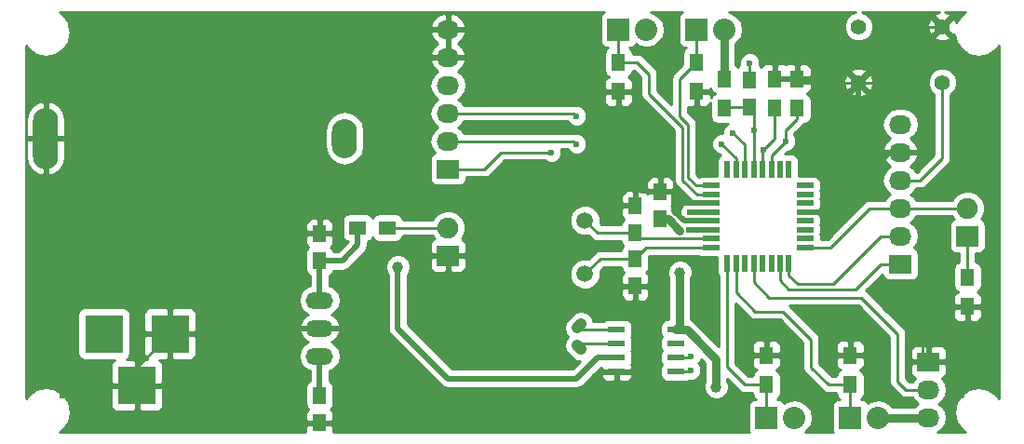
<source format=gbr>
G04 #@! TF.FileFunction,Copper,L1,Top,Signal*
%FSLAX46Y46*%
G04 Gerber Fmt 4.6, Leading zero omitted, Abs format (unit mm)*
G04 Created by KiCad (PCBNEW 4.0.2-4+6225~38~ubuntu15.10.1-stable) date Sat 04 Jun 2016 12:10:52 PM PDT*
%MOMM*%
G01*
G04 APERTURE LIST*
%ADD10C,0.100000*%
%ADD11O,2.286000X5.586000*%
%ADD12O,2.286000X3.556000*%
%ADD13R,1.250000X1.500000*%
%ADD14R,3.500120X3.500120*%
%ADD15R,2.000000X1.900000*%
%ADD16C,1.900000*%
%ADD17R,1.600000X0.550000*%
%ADD18R,0.550000X1.600000*%
%ADD19R,2.032000X1.727200*%
%ADD20O,2.032000X1.727200*%
%ADD21C,1.501140*%
%ADD22R,1.500000X1.300000*%
%ADD23R,1.300000X1.500000*%
%ADD24R,2.032000X2.032000*%
%ADD25O,2.032000X2.032000*%
%ADD26O,2.499360X1.501140*%
%ADD27R,1.550000X0.600000*%
%ADD28C,1.000760*%
%ADD29C,1.397000*%
%ADD30C,0.600000*%
%ADD31C,1.000000*%
%ADD32C,0.250000*%
%ADD33C,0.500000*%
%ADD34C,0.750000*%
%ADD35C,0.254000*%
G04 APERTURE END LIST*
D10*
D11*
X80750000Y-90932000D03*
D12*
X107950000Y-90932000D03*
D13*
X105664000Y-116820000D03*
X105664000Y-114320000D03*
X105664000Y-99588000D03*
X105664000Y-102088000D03*
X144780000Y-88118000D03*
X144780000Y-85618000D03*
X134366000Y-97048000D03*
X134366000Y-99548000D03*
X134366000Y-104374000D03*
X134366000Y-101874000D03*
X136652000Y-98278000D03*
X136652000Y-95778000D03*
D14*
X92052140Y-108712000D03*
X86052660Y-108712000D03*
X89052400Y-113411000D03*
D15*
X164592000Y-99822000D03*
D16*
X164592000Y-97282000D03*
D15*
X117348000Y-101600000D03*
D16*
X117348000Y-99060000D03*
D17*
X141292000Y-95244000D03*
X141292000Y-96044000D03*
X141292000Y-96844000D03*
X141292000Y-97644000D03*
X141292000Y-98444000D03*
X141292000Y-99244000D03*
X141292000Y-100044000D03*
X141292000Y-100844000D03*
D18*
X142742000Y-102294000D03*
X143542000Y-102294000D03*
X144342000Y-102294000D03*
X145142000Y-102294000D03*
X145942000Y-102294000D03*
X146742000Y-102294000D03*
X147542000Y-102294000D03*
X148342000Y-102294000D03*
D17*
X149792000Y-100844000D03*
X149792000Y-100044000D03*
X149792000Y-99244000D03*
X149792000Y-98444000D03*
X149792000Y-97644000D03*
X149792000Y-96844000D03*
X149792000Y-96044000D03*
X149792000Y-95244000D03*
D18*
X148342000Y-93794000D03*
X147542000Y-93794000D03*
X146742000Y-93794000D03*
X145942000Y-93794000D03*
X145142000Y-93794000D03*
X144342000Y-93794000D03*
X143542000Y-93794000D03*
X142742000Y-93794000D03*
D19*
X161036000Y-111252000D03*
D20*
X161036000Y-113792000D03*
X161036000Y-116332000D03*
D21*
X129794000Y-98397060D03*
X129794000Y-103278940D03*
D22*
X109140000Y-99060000D03*
X111840000Y-99060000D03*
D23*
X164592000Y-106252000D03*
X164592000Y-103552000D03*
X142494000Y-88218000D03*
X142494000Y-85518000D03*
X149098000Y-85518000D03*
X149098000Y-88218000D03*
X147066000Y-85518000D03*
X147066000Y-88218000D03*
X139954000Y-86694000D03*
X139954000Y-83994000D03*
X132842000Y-86694000D03*
X132842000Y-83994000D03*
X146304000Y-110664000D03*
X146304000Y-113364000D03*
X153924000Y-110664000D03*
X153924000Y-113364000D03*
D24*
X139954000Y-81026000D03*
D25*
X142494000Y-81026000D03*
D24*
X132842000Y-81026000D03*
D25*
X135382000Y-81026000D03*
D24*
X146304000Y-116332000D03*
D25*
X148844000Y-116332000D03*
D24*
X153924000Y-116332000D03*
D25*
X156464000Y-116332000D03*
D26*
X105664000Y-108204000D03*
X105664000Y-110744000D03*
X105664000Y-105664000D03*
D27*
X132682000Y-108331000D03*
X132682000Y-109601000D03*
X132682000Y-110871000D03*
X132682000Y-112141000D03*
X138082000Y-112141000D03*
X138082000Y-110871000D03*
X138082000Y-109601000D03*
X138082000Y-108331000D03*
D19*
X117348000Y-93726000D03*
D20*
X117348000Y-91186000D03*
X117348000Y-88646000D03*
X117348000Y-86106000D03*
X117348000Y-83566000D03*
X117348000Y-81026000D03*
D19*
X158496000Y-102362000D03*
D20*
X158496000Y-99822000D03*
X158496000Y-97282000D03*
X158496000Y-94742000D03*
X158496000Y-92202000D03*
X158496000Y-89662000D03*
D28*
X129420845Y-110104145D02*
X129067023Y-109750323D01*
X129067023Y-108181677D02*
X129420845Y-107827855D01*
D29*
X154686000Y-85852000D03*
X154686000Y-80772000D03*
X162306000Y-85852000D03*
X162306000Y-80772000D03*
D30*
X137922000Y-95758000D03*
X151892000Y-88900000D03*
X137160000Y-85344000D03*
X139954000Y-88138000D03*
X165100000Y-86360000D03*
X165100000Y-93980000D03*
X144780000Y-81280000D03*
X152400000Y-81280000D03*
X96520000Y-111760000D03*
X93980000Y-81280000D03*
X96520000Y-86360000D03*
X88900000Y-93980000D03*
X104140000Y-81280000D03*
X114300000Y-81280000D03*
X99060000Y-101600000D03*
X81280000Y-101600000D03*
X103632000Y-100076000D03*
X107696000Y-86360000D03*
X112776000Y-91440000D03*
X113792000Y-96520000D03*
X121920000Y-96520000D03*
X127000000Y-93472000D03*
X133604000Y-93472000D03*
X140716000Y-89916000D03*
X135636000Y-89916000D03*
X129540000Y-81280000D03*
X121920000Y-81280000D03*
X143764000Y-110236000D03*
X148844000Y-110236000D03*
X151892000Y-110236000D03*
X152400000Y-106680000D03*
X156464000Y-110236000D03*
X134620000Y-114300000D03*
X121920000Y-114300000D03*
X109220000Y-114300000D03*
X164084000Y-114300000D03*
X160528000Y-106172000D03*
X93980000Y-114300000D03*
X82296000Y-114300000D03*
X82804000Y-83312000D03*
D31*
X112776000Y-102616000D03*
X141732000Y-113538000D03*
X138430000Y-103124000D03*
D30*
X138430000Y-99314000D03*
X139262000Y-99244000D03*
X139338000Y-97644000D03*
X126746000Y-92202000D03*
X144780000Y-84074000D03*
X148082000Y-91186000D03*
X139446000Y-112014000D03*
X139446000Y-110744000D03*
X146050000Y-91948000D03*
X129032000Y-88900000D03*
X143256000Y-90424000D03*
X129032000Y-91440000D03*
X142240000Y-91440000D03*
X145142000Y-90170000D03*
D32*
X80750000Y-90932000D02*
X80750000Y-101070000D01*
X80750000Y-101070000D02*
X81280000Y-101600000D01*
X89052400Y-113411000D02*
X89052400Y-111711740D01*
X89052400Y-111711740D02*
X92052140Y-108712000D01*
X151892000Y-88900000D02*
X154686000Y-86106000D01*
X154686000Y-85852000D02*
X154686000Y-86106000D01*
X165100000Y-86360000D02*
X165100000Y-93980000D01*
X162306000Y-80772000D02*
X160020000Y-80772000D01*
X160020000Y-80772000D02*
X157988000Y-82804000D01*
X157988000Y-82804000D02*
X157988000Y-84836000D01*
X157988000Y-84836000D02*
X156972000Y-85852000D01*
X156972000Y-85852000D02*
X154686000Y-85852000D01*
X147066000Y-85518000D02*
X147066000Y-83058000D01*
X147066000Y-83058000D02*
X145288000Y-81280000D01*
X145288000Y-81280000D02*
X144780000Y-81280000D01*
X152400000Y-81280000D02*
X144780000Y-81280000D01*
X105664000Y-108204000D02*
X99060000Y-108204000D01*
X96520000Y-105664000D02*
X96520000Y-106172000D01*
X99060000Y-108204000D02*
X96520000Y-105664000D01*
X103632000Y-100076000D02*
X100584000Y-100076000D01*
X100584000Y-100076000D02*
X99060000Y-101600000D01*
X93980000Y-114300000D02*
X96520000Y-111760000D01*
X96520000Y-104140000D02*
X96520000Y-106172000D01*
X96520000Y-106172000D02*
X96520000Y-111760000D01*
X99060000Y-101600000D02*
X96520000Y-104140000D01*
X93980000Y-81280000D02*
X96520000Y-83820000D01*
X96520000Y-83820000D02*
X96520000Y-86360000D01*
X88900000Y-93980000D02*
X81280000Y-101600000D01*
X114300000Y-81280000D02*
X104140000Y-81280000D01*
X105664000Y-98044000D02*
X105664000Y-99588000D01*
X105156000Y-97536000D02*
X105664000Y-98044000D01*
X104140000Y-97536000D02*
X105156000Y-97536000D01*
X103632000Y-98044000D02*
X104140000Y-97536000D01*
X103632000Y-100076000D02*
X103632000Y-98044000D01*
X134366000Y-97048000D02*
X132608000Y-97048000D01*
X132588000Y-94488000D02*
X133604000Y-93472000D01*
X132588000Y-97028000D02*
X132588000Y-94488000D01*
X132608000Y-97048000D02*
X132588000Y-97028000D01*
X136652000Y-95778000D02*
X134894000Y-95778000D01*
X110490000Y-83566000D02*
X107696000Y-86360000D01*
X112776000Y-91440000D02*
X113792000Y-92456000D01*
X113792000Y-92456000D02*
X113792000Y-96520000D01*
X121920000Y-96520000D02*
X124968000Y-93472000D01*
X124968000Y-93472000D02*
X127000000Y-93472000D01*
X110490000Y-83566000D02*
X117348000Y-83566000D01*
X133604000Y-94488000D02*
X133604000Y-93472000D01*
X134894000Y-95778000D02*
X133604000Y-94488000D01*
X132682000Y-112141000D02*
X131191000Y-112141000D01*
X130048000Y-113284000D02*
X130048000Y-114300000D01*
X131191000Y-112141000D02*
X130048000Y-113284000D01*
X153924000Y-110664000D02*
X152480000Y-110664000D01*
X152052000Y-110236000D02*
X151892000Y-110236000D01*
X152480000Y-110664000D02*
X152052000Y-110236000D01*
X146304000Y-110664000D02*
X148256000Y-110664000D01*
X148684000Y-110236000D02*
X148844000Y-110236000D01*
X148256000Y-110664000D02*
X148684000Y-110236000D01*
X132842000Y-86694000D02*
X132842000Y-88646000D01*
X139954000Y-89154000D02*
X139954000Y-88138000D01*
X139954000Y-88138000D02*
X139954000Y-86694000D01*
X140716000Y-89916000D02*
X139954000Y-89154000D01*
X134112000Y-89916000D02*
X135636000Y-89916000D01*
X132842000Y-88646000D02*
X134112000Y-89916000D01*
X129540000Y-81280000D02*
X129540000Y-85344000D01*
X129540000Y-85344000D02*
X130890000Y-86694000D01*
X130890000Y-86694000D02*
X132842000Y-86694000D01*
X121920000Y-81280000D02*
X129540000Y-81280000D01*
X132842000Y-86694000D02*
X132842000Y-87122000D01*
X154686000Y-85852000D02*
X149432000Y-85852000D01*
X149432000Y-85852000D02*
X149098000Y-85518000D01*
X149098000Y-85518000D02*
X147066000Y-85518000D01*
X160528000Y-106172000D02*
X160528000Y-110744000D01*
X160528000Y-110744000D02*
X161036000Y-111252000D01*
X160528000Y-106172000D02*
X164512000Y-106172000D01*
X164512000Y-106172000D02*
X164592000Y-106252000D01*
X143764000Y-110236000D02*
X145288000Y-108712000D01*
X145288000Y-108712000D02*
X147320000Y-108712000D01*
X147320000Y-108712000D02*
X148844000Y-110236000D01*
X151892000Y-110236000D02*
X152400000Y-109728000D01*
X152400000Y-109728000D02*
X152400000Y-106680000D01*
X105664000Y-116820000D02*
X106700000Y-116820000D01*
X121920000Y-114300000D02*
X130048000Y-114300000D01*
X130048000Y-114300000D02*
X134620000Y-114300000D01*
X106700000Y-116820000D02*
X109220000Y-114300000D01*
X164084000Y-109728000D02*
X164084000Y-114300000D01*
X160528000Y-106172000D02*
X164084000Y-109728000D01*
X105664000Y-116820000D02*
X96500000Y-116820000D01*
X96500000Y-116820000D02*
X93980000Y-114300000D01*
X89052400Y-113411000D02*
X83185000Y-113411000D01*
X83185000Y-113411000D02*
X82296000Y-114300000D01*
D33*
X154686000Y-85852000D02*
X154686000Y-94996000D01*
X151276000Y-97644000D02*
X152038000Y-97644000D01*
X149792000Y-97644000D02*
X151276000Y-97644000D01*
X152038000Y-97644000D02*
X154432000Y-95250000D01*
X154432000Y-95250000D02*
X157480000Y-92202000D01*
X157480000Y-92202000D02*
X158496000Y-92202000D01*
X136926000Y-95504000D02*
X136652000Y-95778000D01*
X141292000Y-96844000D02*
X139008000Y-96844000D01*
X139008000Y-96844000D02*
X137922000Y-95758000D01*
X141292000Y-98444000D02*
X138830000Y-98444000D01*
X137922000Y-97536000D02*
X137922000Y-95758000D01*
X138830000Y-98444000D02*
X137922000Y-97536000D01*
X132682000Y-110871000D02*
X130937000Y-110871000D01*
X112776000Y-108204000D02*
X112776000Y-102616000D01*
X117348000Y-112776000D02*
X112776000Y-108204000D01*
X129032000Y-112776000D02*
X117348000Y-112776000D01*
X130937000Y-110871000D02*
X129032000Y-112776000D01*
X105664000Y-110744000D02*
X105664000Y-114320000D01*
X105664000Y-102088000D02*
X107716000Y-102088000D01*
X109140000Y-100664000D02*
X109140000Y-99060000D01*
X107716000Y-102088000D02*
X109140000Y-100664000D01*
X105664000Y-105664000D02*
X105664000Y-102088000D01*
D34*
X156464000Y-116332000D02*
X161036000Y-116332000D01*
X142494000Y-85518000D02*
X142494000Y-81026000D01*
X139065000Y-108331000D02*
X141732000Y-110998000D01*
X141732000Y-110998000D02*
X141732000Y-113538000D01*
X139065000Y-108331000D02*
X138082000Y-108331000D01*
X138430000Y-103124000D02*
X138430000Y-107983000D01*
X138430000Y-107983000D02*
X138082000Y-108331000D01*
X136652000Y-98278000D02*
X137394000Y-98278000D01*
X137394000Y-98278000D02*
X138430000Y-99314000D01*
D33*
X141292000Y-99244000D02*
X139262000Y-99244000D01*
X141292000Y-97644000D02*
X139338000Y-97644000D01*
D32*
X144780000Y-85618000D02*
X144780000Y-84074000D01*
X120650000Y-93726000D02*
X117348000Y-93726000D01*
X122174000Y-92202000D02*
X120650000Y-93726000D01*
X126746000Y-92202000D02*
X122174000Y-92202000D01*
X134366000Y-99548000D02*
X130944940Y-99548000D01*
X130944940Y-99548000D02*
X129794000Y-98397060D01*
X141292000Y-100044000D02*
X134862000Y-100044000D01*
X134862000Y-100044000D02*
X134366000Y-99548000D01*
X134366000Y-101874000D02*
X131198940Y-101874000D01*
X131198940Y-101874000D02*
X129794000Y-103278940D01*
X141292000Y-100844000D02*
X135396000Y-100844000D01*
X135396000Y-100844000D02*
X134366000Y-101874000D01*
X164592000Y-99822000D02*
X164592000Y-103552000D01*
X158496000Y-97282000D02*
X164592000Y-97282000D01*
X149792000Y-100844000D02*
X152140000Y-100844000D01*
X155702000Y-97282000D02*
X158496000Y-97282000D01*
X152140000Y-100844000D02*
X155702000Y-97282000D01*
X111840000Y-99060000D02*
X117348000Y-99060000D01*
X139954000Y-81026000D02*
X139954000Y-83994000D01*
X141292000Y-95244000D02*
X139948000Y-95244000D01*
X138430000Y-85518000D02*
X139954000Y-83994000D01*
X138430000Y-88900000D02*
X138430000Y-85518000D01*
X139192000Y-89662000D02*
X138430000Y-88900000D01*
X139192000Y-94488000D02*
X139192000Y-89662000D01*
X139948000Y-95244000D02*
X139192000Y-94488000D01*
X132842000Y-81026000D02*
X132842000Y-83994000D01*
X141292000Y-96044000D02*
X139986000Y-96044000D01*
X134540000Y-83994000D02*
X132842000Y-83994000D01*
X135636000Y-85090000D02*
X134540000Y-83994000D01*
X135636000Y-86868000D02*
X135636000Y-85090000D01*
X138684000Y-89916000D02*
X135636000Y-86868000D01*
X138684000Y-94742000D02*
X138684000Y-89916000D01*
X139986000Y-96044000D02*
X138684000Y-94742000D01*
X146304000Y-113364000D02*
X144352000Y-113364000D01*
X142742000Y-111754000D02*
X142742000Y-102294000D01*
X144352000Y-113364000D02*
X142742000Y-111754000D01*
X146304000Y-116332000D02*
X146304000Y-113364000D01*
X153924000Y-113364000D02*
X151972000Y-113364000D01*
X143542000Y-104934000D02*
X143542000Y-102294000D01*
X145288000Y-106680000D02*
X143542000Y-104934000D01*
X147828000Y-106680000D02*
X145288000Y-106680000D01*
X150368000Y-109220000D02*
X147828000Y-106680000D01*
X150368000Y-111760000D02*
X150368000Y-109220000D01*
X151972000Y-113364000D02*
X150368000Y-111760000D01*
X153924000Y-116332000D02*
X153924000Y-113364000D01*
X158242000Y-111760000D02*
X158242000Y-113030000D01*
X158242000Y-111760000D02*
X158242000Y-108712000D01*
X158242000Y-108712000D02*
X154940000Y-105410000D01*
X154940000Y-105410000D02*
X146558000Y-105410000D01*
X146558000Y-105410000D02*
X145142000Y-103994000D01*
X145142000Y-102294000D02*
X145142000Y-103994000D01*
X159004000Y-113792000D02*
X161036000Y-113792000D01*
X158242000Y-113030000D02*
X159004000Y-113792000D01*
X147542000Y-102294000D02*
X147542000Y-103854000D01*
X156718000Y-102362000D02*
X158496000Y-102362000D01*
X154432000Y-104648000D02*
X156718000Y-102362000D01*
X148336000Y-104648000D02*
X154432000Y-104648000D01*
X147542000Y-103854000D02*
X148336000Y-104648000D01*
X148342000Y-102294000D02*
X148342000Y-103384000D01*
X156718000Y-99822000D02*
X158496000Y-99822000D01*
X152342002Y-104197998D02*
X156718000Y-99822000D01*
X149155998Y-104197998D02*
X152342002Y-104197998D01*
X148342000Y-103384000D02*
X149155998Y-104197998D01*
X148082000Y-91186000D02*
X148082000Y-90424000D01*
X148082000Y-90170000D02*
X149098000Y-89154000D01*
X149098000Y-89154000D02*
X149098000Y-88218000D01*
X148082000Y-90424000D02*
X148082000Y-90170000D01*
X138082000Y-112141000D02*
X139319000Y-112141000D01*
X139319000Y-112141000D02*
X139446000Y-112014000D01*
X146742000Y-93794000D02*
X146742000Y-92526000D01*
X146742000Y-92526000D02*
X148082000Y-91186000D01*
X146742000Y-93794000D02*
X146742000Y-93034000D01*
X147066000Y-90932000D02*
X147066000Y-89916000D01*
X145942000Y-92056000D02*
X147066000Y-90932000D01*
X147066000Y-89916000D02*
X147066000Y-88218000D01*
X145942000Y-92056000D02*
X146050000Y-91948000D01*
X139319000Y-110871000D02*
X138082000Y-110871000D01*
X139446000Y-110744000D02*
X139319000Y-110871000D01*
X145942000Y-93794000D02*
X145942000Y-92056000D01*
X144342000Y-93794000D02*
X144342000Y-91510000D01*
X128778000Y-88646000D02*
X117348000Y-88646000D01*
X129032000Y-88900000D02*
X128778000Y-88646000D01*
X144342000Y-91510000D02*
X143256000Y-90424000D01*
X143542000Y-93794000D02*
X143542000Y-92742000D01*
X128778000Y-91186000D02*
X117348000Y-91186000D01*
X129032000Y-91440000D02*
X128778000Y-91186000D01*
X143542000Y-92742000D02*
X142240000Y-91440000D01*
X132682000Y-108331000D02*
X129146300Y-108331000D01*
X129146300Y-108331000D02*
X129032000Y-108216700D01*
X132682000Y-109601000D02*
X129146300Y-109601000D01*
X129146300Y-109601000D02*
X129032000Y-109715300D01*
X158496000Y-94742000D02*
X160274000Y-94742000D01*
X162306000Y-92710000D02*
X162306000Y-85852000D01*
X160274000Y-94742000D02*
X162306000Y-92710000D01*
X145142000Y-92710000D02*
X145142000Y-93794000D01*
X144780000Y-88118000D02*
X142594000Y-88118000D01*
X142594000Y-88118000D02*
X142494000Y-88218000D01*
X145142000Y-92778000D02*
X145142000Y-92710000D01*
X145142000Y-92710000D02*
X145142000Y-90170000D01*
X145142000Y-90170000D02*
X145142000Y-89662000D01*
X145142000Y-89662000D02*
X145142000Y-88480000D01*
X145142000Y-88480000D02*
X144780000Y-88118000D01*
D35*
G36*
X131374559Y-79545910D02*
X131229569Y-79758110D01*
X131178560Y-80010000D01*
X131178560Y-82042000D01*
X131222838Y-82277317D01*
X131361910Y-82493441D01*
X131574110Y-82638431D01*
X131826000Y-82689440D01*
X131881153Y-82689440D01*
X131740559Y-82779910D01*
X131595569Y-82992110D01*
X131544560Y-83244000D01*
X131544560Y-84744000D01*
X131588838Y-84979317D01*
X131727910Y-85195441D01*
X131940110Y-85340431D01*
X131973490Y-85347191D01*
X131832301Y-85405673D01*
X131653673Y-85584302D01*
X131557000Y-85817691D01*
X131557000Y-86408250D01*
X131715750Y-86567000D01*
X132715000Y-86567000D01*
X132715000Y-86547000D01*
X132969000Y-86547000D01*
X132969000Y-86567000D01*
X133968250Y-86567000D01*
X134127000Y-86408250D01*
X134127000Y-85817691D01*
X134030327Y-85584302D01*
X133851699Y-85405673D01*
X133715713Y-85349346D01*
X133727317Y-85347162D01*
X133943441Y-85208090D01*
X134088431Y-84995890D01*
X134137415Y-84754000D01*
X134225198Y-84754000D01*
X134876000Y-85404802D01*
X134876000Y-86868000D01*
X134933852Y-87158839D01*
X135098599Y-87405401D01*
X137924000Y-90230802D01*
X137924000Y-94742000D01*
X137981852Y-95032839D01*
X138146599Y-95279401D01*
X139448599Y-96581401D01*
X139695161Y-96746148D01*
X139759772Y-96759000D01*
X139644822Y-96759000D01*
X139524799Y-96709162D01*
X139152833Y-96708838D01*
X138809057Y-96850883D01*
X138545808Y-97113673D01*
X138403162Y-97457201D01*
X138402838Y-97829167D01*
X138423480Y-97879124D01*
X138108178Y-97563822D01*
X137905727Y-97428549D01*
X137880162Y-97292683D01*
X137741090Y-97076559D01*
X137672994Y-97030031D01*
X137815327Y-96887698D01*
X137912000Y-96654309D01*
X137912000Y-96063750D01*
X137753250Y-95905000D01*
X136779000Y-95905000D01*
X136779000Y-95925000D01*
X136525000Y-95925000D01*
X136525000Y-95905000D01*
X135550750Y-95905000D01*
X135523388Y-95932362D01*
X135350699Y-95759673D01*
X135117310Y-95663000D01*
X134651750Y-95663000D01*
X134493000Y-95821750D01*
X134493000Y-96921000D01*
X134513000Y-96921000D01*
X134513000Y-97175000D01*
X134493000Y-97175000D01*
X134493000Y-97195000D01*
X134239000Y-97195000D01*
X134239000Y-97175000D01*
X133264750Y-97175000D01*
X133106000Y-97333750D01*
X133106000Y-97924309D01*
X133202673Y-98157698D01*
X133343910Y-98298936D01*
X133289559Y-98333910D01*
X133144569Y-98546110D01*
X133095585Y-98788000D01*
X131259742Y-98788000D01*
X131169438Y-98697696D01*
X131179329Y-98673876D01*
X131179810Y-98122662D01*
X130969314Y-97613223D01*
X130579887Y-97223116D01*
X130070816Y-97011731D01*
X129519602Y-97011250D01*
X129010163Y-97221746D01*
X128620056Y-97611173D01*
X128408671Y-98120244D01*
X128408190Y-98671458D01*
X128618686Y-99180897D01*
X129008113Y-99571004D01*
X129517184Y-99782389D01*
X130068398Y-99782870D01*
X130094304Y-99772166D01*
X130407539Y-100085401D01*
X130654101Y-100250148D01*
X130944940Y-100308000D01*
X133095442Y-100308000D01*
X133137838Y-100533317D01*
X133253375Y-100712867D01*
X133144569Y-100872110D01*
X133095585Y-101114000D01*
X131198940Y-101114000D01*
X130908100Y-101171852D01*
X130661539Y-101336599D01*
X130094636Y-101903502D01*
X130070816Y-101893611D01*
X129519602Y-101893130D01*
X129010163Y-102103626D01*
X128620056Y-102493053D01*
X128408671Y-103002124D01*
X128408190Y-103553338D01*
X128618686Y-104062777D01*
X129008113Y-104452884D01*
X129517184Y-104664269D01*
X130068398Y-104664750D01*
X130080498Y-104659750D01*
X133106000Y-104659750D01*
X133106000Y-105250309D01*
X133202673Y-105483698D01*
X133381301Y-105662327D01*
X133614690Y-105759000D01*
X134080250Y-105759000D01*
X134239000Y-105600250D01*
X134239000Y-104501000D01*
X134493000Y-104501000D01*
X134493000Y-105600250D01*
X134651750Y-105759000D01*
X135117310Y-105759000D01*
X135350699Y-105662327D01*
X135529327Y-105483698D01*
X135626000Y-105250309D01*
X135626000Y-104659750D01*
X135467250Y-104501000D01*
X134493000Y-104501000D01*
X134239000Y-104501000D01*
X133264750Y-104501000D01*
X133106000Y-104659750D01*
X130080498Y-104659750D01*
X130577837Y-104454254D01*
X130967944Y-104064827D01*
X131179329Y-103555756D01*
X131179810Y-103004542D01*
X131169106Y-102978636D01*
X131513742Y-102634000D01*
X133095442Y-102634000D01*
X133137838Y-102859317D01*
X133276910Y-103075441D01*
X133345006Y-103121969D01*
X133202673Y-103264302D01*
X133106000Y-103497691D01*
X133106000Y-104088250D01*
X133264750Y-104247000D01*
X134239000Y-104247000D01*
X134239000Y-104227000D01*
X134493000Y-104227000D01*
X134493000Y-104247000D01*
X135467250Y-104247000D01*
X135626000Y-104088250D01*
X135626000Y-103497691D01*
X135529327Y-103264302D01*
X135388090Y-103123064D01*
X135442441Y-103088090D01*
X135587431Y-102875890D01*
X135638440Y-102624000D01*
X135638440Y-101676362D01*
X135710802Y-101604000D01*
X140077025Y-101604000D01*
X140240110Y-101715431D01*
X140492000Y-101766440D01*
X141819560Y-101766440D01*
X141819560Y-103094000D01*
X141863838Y-103329317D01*
X141982000Y-103512946D01*
X141982000Y-109819644D01*
X139779178Y-107616822D01*
X139451510Y-107397882D01*
X139440000Y-107395593D01*
X139440000Y-103651314D01*
X139564803Y-103350756D01*
X139565197Y-102899225D01*
X139392767Y-102481914D01*
X139073765Y-102162355D01*
X138656756Y-101989197D01*
X138205225Y-101988803D01*
X137787914Y-102161233D01*
X137468355Y-102480235D01*
X137295197Y-102897244D01*
X137294803Y-103348775D01*
X137420000Y-103651774D01*
X137420000Y-107383560D01*
X137307000Y-107383560D01*
X137071683Y-107427838D01*
X136855559Y-107566910D01*
X136710569Y-107779110D01*
X136659560Y-108031000D01*
X136659560Y-108631000D01*
X136703838Y-108866317D01*
X136767678Y-108965528D01*
X136710569Y-109049110D01*
X136659560Y-109301000D01*
X136659560Y-109901000D01*
X136703838Y-110136317D01*
X136767678Y-110235528D01*
X136710569Y-110319110D01*
X136659560Y-110571000D01*
X136659560Y-111171000D01*
X136703838Y-111406317D01*
X136767678Y-111505528D01*
X136710569Y-111589110D01*
X136659560Y-111841000D01*
X136659560Y-112441000D01*
X136703838Y-112676317D01*
X136842910Y-112892441D01*
X137055110Y-113037431D01*
X137307000Y-113088440D01*
X138857000Y-113088440D01*
X139092317Y-113044162D01*
X139247807Y-112944107D01*
X139259201Y-112948838D01*
X139631167Y-112949162D01*
X139974943Y-112807117D01*
X140238192Y-112544327D01*
X140380838Y-112200799D01*
X140381162Y-111828833D01*
X140239117Y-111485057D01*
X140133290Y-111379046D01*
X140238192Y-111274327D01*
X140338472Y-111032828D01*
X140722000Y-111416356D01*
X140722000Y-113010686D01*
X140597197Y-113311244D01*
X140596803Y-113762775D01*
X140769233Y-114180086D01*
X141088235Y-114499645D01*
X141505244Y-114672803D01*
X141956775Y-114673197D01*
X142374086Y-114500767D01*
X142693645Y-114181765D01*
X142866803Y-113764756D01*
X142867197Y-113313225D01*
X142742000Y-113010226D01*
X142742000Y-112828802D01*
X143814599Y-113901401D01*
X144061161Y-114066148D01*
X144352000Y-114124000D01*
X145008442Y-114124000D01*
X145050838Y-114349317D01*
X145189910Y-114565441D01*
X145340830Y-114668560D01*
X145288000Y-114668560D01*
X145052683Y-114712838D01*
X144836559Y-114851910D01*
X144691569Y-115064110D01*
X144640560Y-115316000D01*
X144640560Y-117348000D01*
X144684838Y-117583317D01*
X144730321Y-117654000D01*
X106924000Y-117654000D01*
X106924000Y-117105750D01*
X106765250Y-116947000D01*
X105791000Y-116947000D01*
X105791000Y-116967000D01*
X105537000Y-116967000D01*
X105537000Y-116947000D01*
X104562750Y-116947000D01*
X104404000Y-117105750D01*
X104404000Y-117654000D01*
X81977042Y-117654000D01*
X82351677Y-117403677D01*
X82835947Y-116678915D01*
X83006000Y-115824000D01*
X82835947Y-114969085D01*
X82351677Y-114244323D01*
X81626915Y-113760053D01*
X81308670Y-113696750D01*
X86667340Y-113696750D01*
X86667340Y-115287370D01*
X86764013Y-115520759D01*
X86942642Y-115699387D01*
X87176031Y-115796060D01*
X88766650Y-115796060D01*
X88925400Y-115637310D01*
X88925400Y-113538000D01*
X89179400Y-113538000D01*
X89179400Y-115637310D01*
X89338150Y-115796060D01*
X90928769Y-115796060D01*
X91162158Y-115699387D01*
X91340787Y-115520759D01*
X91437460Y-115287370D01*
X91437460Y-113696750D01*
X91278710Y-113538000D01*
X89179400Y-113538000D01*
X88925400Y-113538000D01*
X86826090Y-113538000D01*
X86667340Y-113696750D01*
X81308670Y-113696750D01*
X80772000Y-113590000D01*
X79917085Y-113760053D01*
X79192323Y-114244323D01*
X78942000Y-114618958D01*
X78942000Y-106961940D01*
X83655160Y-106961940D01*
X83655160Y-110462060D01*
X83699438Y-110697377D01*
X83838510Y-110913501D01*
X84050710Y-111058491D01*
X84302600Y-111109500D01*
X86974300Y-111109500D01*
X86942642Y-111122613D01*
X86764013Y-111301241D01*
X86667340Y-111534630D01*
X86667340Y-113125250D01*
X86826090Y-113284000D01*
X88925400Y-113284000D01*
X88925400Y-111184690D01*
X89179400Y-111184690D01*
X89179400Y-113284000D01*
X91278710Y-113284000D01*
X91437460Y-113125250D01*
X91437460Y-111534630D01*
X91340787Y-111301241D01*
X91162158Y-111122613D01*
X91100468Y-111097060D01*
X91766390Y-111097060D01*
X91925140Y-110938310D01*
X91925140Y-108839000D01*
X92179140Y-108839000D01*
X92179140Y-110938310D01*
X92337890Y-111097060D01*
X93928509Y-111097060D01*
X94161898Y-111000387D01*
X94340527Y-110821759D01*
X94372735Y-110744000D01*
X103742397Y-110744000D01*
X103847867Y-111274235D01*
X104148221Y-111723746D01*
X104597732Y-112024100D01*
X104779000Y-112060156D01*
X104779000Y-112982721D01*
X104587559Y-113105910D01*
X104442569Y-113318110D01*
X104391560Y-113570000D01*
X104391560Y-115070000D01*
X104435838Y-115305317D01*
X104574910Y-115521441D01*
X104643006Y-115567969D01*
X104500673Y-115710302D01*
X104404000Y-115943691D01*
X104404000Y-116534250D01*
X104562750Y-116693000D01*
X105537000Y-116693000D01*
X105537000Y-116673000D01*
X105791000Y-116673000D01*
X105791000Y-116693000D01*
X106765250Y-116693000D01*
X106924000Y-116534250D01*
X106924000Y-115943691D01*
X106827327Y-115710302D01*
X106686090Y-115569064D01*
X106740441Y-115534090D01*
X106885431Y-115321890D01*
X106936440Y-115070000D01*
X106936440Y-113570000D01*
X106892162Y-113334683D01*
X106753090Y-113118559D01*
X106549000Y-112979110D01*
X106549000Y-112060156D01*
X106730268Y-112024100D01*
X107179779Y-111723746D01*
X107480133Y-111274235D01*
X107585603Y-110744000D01*
X107480133Y-110213765D01*
X107179779Y-109764254D01*
X106730268Y-109463900D01*
X106720968Y-109462050D01*
X106810677Y-109435499D01*
X107232658Y-109093944D01*
X107491810Y-108616903D01*
X107505993Y-108545275D01*
X107383339Y-108331000D01*
X105791000Y-108331000D01*
X105791000Y-108351000D01*
X105537000Y-108351000D01*
X105537000Y-108331000D01*
X103944661Y-108331000D01*
X103822007Y-108545275D01*
X103836190Y-108616903D01*
X104095342Y-109093944D01*
X104517323Y-109435499D01*
X104607032Y-109462050D01*
X104597732Y-109463900D01*
X104148221Y-109764254D01*
X103847867Y-110213765D01*
X103742397Y-110744000D01*
X94372735Y-110744000D01*
X94437200Y-110588370D01*
X94437200Y-108997750D01*
X94278450Y-108839000D01*
X92179140Y-108839000D01*
X91925140Y-108839000D01*
X89825830Y-108839000D01*
X89667080Y-108997750D01*
X89667080Y-110588370D01*
X89763753Y-110821759D01*
X89942382Y-111000387D01*
X90004072Y-111025940D01*
X89338150Y-111025940D01*
X89179400Y-111184690D01*
X88925400Y-111184690D01*
X88766650Y-111025940D01*
X88099083Y-111025940D01*
X88254161Y-110926150D01*
X88399151Y-110713950D01*
X88450160Y-110462060D01*
X88450160Y-106961940D01*
X88426394Y-106835630D01*
X89667080Y-106835630D01*
X89667080Y-108426250D01*
X89825830Y-108585000D01*
X91925140Y-108585000D01*
X91925140Y-106485690D01*
X92179140Y-106485690D01*
X92179140Y-108585000D01*
X94278450Y-108585000D01*
X94437200Y-108426250D01*
X94437200Y-106835630D01*
X94340527Y-106602241D01*
X94161898Y-106423613D01*
X93928509Y-106326940D01*
X92337890Y-106326940D01*
X92179140Y-106485690D01*
X91925140Y-106485690D01*
X91766390Y-106326940D01*
X90175771Y-106326940D01*
X89942382Y-106423613D01*
X89763753Y-106602241D01*
X89667080Y-106835630D01*
X88426394Y-106835630D01*
X88405882Y-106726623D01*
X88266810Y-106510499D01*
X88054610Y-106365509D01*
X87802720Y-106314500D01*
X84302600Y-106314500D01*
X84067283Y-106358778D01*
X83851159Y-106497850D01*
X83706169Y-106710050D01*
X83655160Y-106961940D01*
X78942000Y-106961940D01*
X78942000Y-105664000D01*
X103742397Y-105664000D01*
X103847867Y-106194235D01*
X104148221Y-106643746D01*
X104597732Y-106944100D01*
X104607032Y-106945950D01*
X104517323Y-106972501D01*
X104095342Y-107314056D01*
X103836190Y-107791097D01*
X103822007Y-107862725D01*
X103944661Y-108077000D01*
X105537000Y-108077000D01*
X105537000Y-108057000D01*
X105791000Y-108057000D01*
X105791000Y-108077000D01*
X107383339Y-108077000D01*
X107505993Y-107862725D01*
X107491810Y-107791097D01*
X107232658Y-107314056D01*
X106810677Y-106972501D01*
X106720968Y-106945950D01*
X106730268Y-106944100D01*
X107179779Y-106643746D01*
X107480133Y-106194235D01*
X107585603Y-105664000D01*
X107480133Y-105133765D01*
X107179779Y-104684254D01*
X106730268Y-104383900D01*
X106549000Y-104347844D01*
X106549000Y-103425279D01*
X106740441Y-103302090D01*
X106885431Y-103089890D01*
X106909102Y-102973000D01*
X107715995Y-102973000D01*
X107716000Y-102973001D01*
X107998484Y-102916810D01*
X108054675Y-102905633D01*
X108151742Y-102840775D01*
X111640803Y-102840775D01*
X111813233Y-103258086D01*
X111891000Y-103335989D01*
X111891000Y-108203995D01*
X111890999Y-108204000D01*
X111941922Y-108460000D01*
X111958367Y-108542675D01*
X112099637Y-108754101D01*
X112150210Y-108829790D01*
X116722208Y-113401787D01*
X116722210Y-113401790D01*
X117009325Y-113593633D01*
X117348000Y-113661000D01*
X129031995Y-113661000D01*
X129032000Y-113661001D01*
X129314484Y-113604810D01*
X129370675Y-113593633D01*
X129657790Y-113401790D01*
X129657791Y-113401789D01*
X130632829Y-112426750D01*
X131272000Y-112426750D01*
X131272000Y-112567310D01*
X131368673Y-112800699D01*
X131547302Y-112979327D01*
X131780691Y-113076000D01*
X132396250Y-113076000D01*
X132555000Y-112917250D01*
X132555000Y-112268000D01*
X132809000Y-112268000D01*
X132809000Y-112917250D01*
X132967750Y-113076000D01*
X133583309Y-113076000D01*
X133816698Y-112979327D01*
X133995327Y-112800699D01*
X134092000Y-112567310D01*
X134092000Y-112426750D01*
X133933250Y-112268000D01*
X132809000Y-112268000D01*
X132555000Y-112268000D01*
X131430750Y-112268000D01*
X131272000Y-112426750D01*
X130632829Y-112426750D01*
X131272000Y-111787579D01*
X131272000Y-111855250D01*
X131430750Y-112014000D01*
X132555000Y-112014000D01*
X132555000Y-111994000D01*
X132809000Y-111994000D01*
X132809000Y-112014000D01*
X133933250Y-112014000D01*
X134092000Y-111855250D01*
X134092000Y-111714690D01*
X134002194Y-111497878D01*
X134053431Y-111422890D01*
X134104440Y-111171000D01*
X134104440Y-110571000D01*
X134060162Y-110335683D01*
X133996322Y-110236472D01*
X134053431Y-110152890D01*
X134104440Y-109901000D01*
X134104440Y-109301000D01*
X134060162Y-109065683D01*
X133996322Y-108966472D01*
X134053431Y-108882890D01*
X134104440Y-108631000D01*
X134104440Y-108031000D01*
X134060162Y-107795683D01*
X133921090Y-107579559D01*
X133708890Y-107434569D01*
X133457000Y-107383560D01*
X131907000Y-107383560D01*
X131671683Y-107427838D01*
X131455559Y-107566910D01*
X131452764Y-107571000D01*
X130528145Y-107571000D01*
X130488993Y-107374170D01*
X130242874Y-107005826D01*
X129874530Y-106759707D01*
X129440039Y-106673281D01*
X129005548Y-106759707D01*
X128637204Y-107005826D01*
X128244994Y-107398036D01*
X127998875Y-107766380D01*
X127912449Y-108200871D01*
X127998875Y-108635362D01*
X128219800Y-108966000D01*
X127998875Y-109296638D01*
X127912449Y-109731129D01*
X127998875Y-110165620D01*
X128244994Y-110533964D01*
X128637204Y-110926174D01*
X129005548Y-111172293D01*
X129321317Y-111235104D01*
X128665420Y-111891000D01*
X117714579Y-111891000D01*
X113661000Y-107837420D01*
X113661000Y-103336276D01*
X113737645Y-103259765D01*
X113910803Y-102842756D01*
X113911197Y-102391225D01*
X113738767Y-101973914D01*
X113650757Y-101885750D01*
X115713000Y-101885750D01*
X115713000Y-102676310D01*
X115809673Y-102909699D01*
X115988302Y-103088327D01*
X116221691Y-103185000D01*
X117062250Y-103185000D01*
X117221000Y-103026250D01*
X117221000Y-101727000D01*
X117475000Y-101727000D01*
X117475000Y-103026250D01*
X117633750Y-103185000D01*
X118474309Y-103185000D01*
X118707698Y-103088327D01*
X118886327Y-102909699D01*
X118983000Y-102676310D01*
X118983000Y-101885750D01*
X118824250Y-101727000D01*
X117475000Y-101727000D01*
X117221000Y-101727000D01*
X115871750Y-101727000D01*
X115713000Y-101885750D01*
X113650757Y-101885750D01*
X113419765Y-101654355D01*
X113002756Y-101481197D01*
X112551225Y-101480803D01*
X112133914Y-101653233D01*
X111814355Y-101972235D01*
X111641197Y-102389244D01*
X111640803Y-102840775D01*
X108151742Y-102840775D01*
X108341790Y-102713790D01*
X109765787Y-101289792D01*
X109765790Y-101289790D01*
X109957633Y-101002675D01*
X109977665Y-100901969D01*
X110025001Y-100664000D01*
X110025000Y-100663995D01*
X110025000Y-100332038D01*
X110125317Y-100313162D01*
X110341441Y-100174090D01*
X110486431Y-99961890D01*
X110489081Y-99948803D01*
X110625910Y-100161441D01*
X110838110Y-100306431D01*
X111090000Y-100357440D01*
X112590000Y-100357440D01*
X112825317Y-100313162D01*
X113041441Y-100174090D01*
X113186431Y-99961890D01*
X113215164Y-99820000D01*
X115947053Y-99820000D01*
X116003519Y-99956657D01*
X116108545Y-100061867D01*
X115988302Y-100111673D01*
X115809673Y-100290301D01*
X115713000Y-100523690D01*
X115713000Y-101314250D01*
X115871750Y-101473000D01*
X117221000Y-101473000D01*
X117221000Y-101453000D01*
X117475000Y-101453000D01*
X117475000Y-101473000D01*
X118824250Y-101473000D01*
X118983000Y-101314250D01*
X118983000Y-100523690D01*
X118886327Y-100290301D01*
X118707698Y-100111673D01*
X118587749Y-100061988D01*
X118690914Y-99959003D01*
X118932724Y-99376659D01*
X118933275Y-98746107D01*
X118692481Y-98163343D01*
X118247003Y-97717086D01*
X117664659Y-97475276D01*
X117034107Y-97474725D01*
X116451343Y-97715519D01*
X116005086Y-98160997D01*
X115947367Y-98300000D01*
X113216742Y-98300000D01*
X113193162Y-98174683D01*
X113054090Y-97958559D01*
X112841890Y-97813569D01*
X112590000Y-97762560D01*
X111090000Y-97762560D01*
X110854683Y-97806838D01*
X110638559Y-97945910D01*
X110493569Y-98158110D01*
X110490919Y-98171197D01*
X110354090Y-97958559D01*
X110141890Y-97813569D01*
X109890000Y-97762560D01*
X108390000Y-97762560D01*
X108154683Y-97806838D01*
X107938559Y-97945910D01*
X107793569Y-98158110D01*
X107742560Y-98410000D01*
X107742560Y-99710000D01*
X107786838Y-99945317D01*
X107925910Y-100161441D01*
X108138110Y-100306431D01*
X108227823Y-100324598D01*
X107349420Y-101203000D01*
X106911038Y-101203000D01*
X106892162Y-101102683D01*
X106753090Y-100886559D01*
X106684994Y-100840031D01*
X106827327Y-100697698D01*
X106924000Y-100464309D01*
X106924000Y-99873750D01*
X106765250Y-99715000D01*
X105791000Y-99715000D01*
X105791000Y-99735000D01*
X105537000Y-99735000D01*
X105537000Y-99715000D01*
X104562750Y-99715000D01*
X104404000Y-99873750D01*
X104404000Y-100464309D01*
X104500673Y-100697698D01*
X104641910Y-100838936D01*
X104587559Y-100873910D01*
X104442569Y-101086110D01*
X104391560Y-101338000D01*
X104391560Y-102838000D01*
X104435838Y-103073317D01*
X104574910Y-103289441D01*
X104779000Y-103428890D01*
X104779000Y-104347844D01*
X104597732Y-104383900D01*
X104148221Y-104684254D01*
X103847867Y-105133765D01*
X103742397Y-105664000D01*
X78942000Y-105664000D01*
X78942000Y-98711691D01*
X104404000Y-98711691D01*
X104404000Y-99302250D01*
X104562750Y-99461000D01*
X105537000Y-99461000D01*
X105537000Y-98361750D01*
X105791000Y-98361750D01*
X105791000Y-99461000D01*
X106765250Y-99461000D01*
X106924000Y-99302250D01*
X106924000Y-98711691D01*
X106827327Y-98478302D01*
X106648699Y-98299673D01*
X106415310Y-98203000D01*
X105949750Y-98203000D01*
X105791000Y-98361750D01*
X105537000Y-98361750D01*
X105378250Y-98203000D01*
X104912690Y-98203000D01*
X104679301Y-98299673D01*
X104500673Y-98478302D01*
X104404000Y-98711691D01*
X78942000Y-98711691D01*
X78942000Y-96171691D01*
X133106000Y-96171691D01*
X133106000Y-96762250D01*
X133264750Y-96921000D01*
X134239000Y-96921000D01*
X134239000Y-95821750D01*
X134080250Y-95663000D01*
X133614690Y-95663000D01*
X133381301Y-95759673D01*
X133202673Y-95938302D01*
X133106000Y-96171691D01*
X78942000Y-96171691D01*
X78942000Y-91059000D01*
X78972000Y-91059000D01*
X78972000Y-92709000D01*
X79155943Y-93379744D01*
X79582567Y-93929039D01*
X80186922Y-94273259D01*
X80347134Y-94313757D01*
X80623000Y-94196262D01*
X80623000Y-91059000D01*
X80877000Y-91059000D01*
X80877000Y-94196262D01*
X81152866Y-94313757D01*
X81313078Y-94273259D01*
X81917433Y-93929039D01*
X82344057Y-93379744D01*
X82528000Y-92709000D01*
X82528000Y-91059000D01*
X80877000Y-91059000D01*
X80623000Y-91059000D01*
X78972000Y-91059000D01*
X78942000Y-91059000D01*
X78942000Y-89155000D01*
X78972000Y-89155000D01*
X78972000Y-90805000D01*
X80623000Y-90805000D01*
X80623000Y-87667738D01*
X80877000Y-87667738D01*
X80877000Y-90805000D01*
X82528000Y-90805000D01*
X82528000Y-90249727D01*
X106172000Y-90249727D01*
X106172000Y-91614273D01*
X106307342Y-92294684D01*
X106692764Y-92871509D01*
X107269589Y-93256931D01*
X107950000Y-93392273D01*
X108630411Y-93256931D01*
X109207236Y-92871509D01*
X109592658Y-92294684D01*
X109728000Y-91614273D01*
X109728000Y-90249727D01*
X109592658Y-89569316D01*
X109207236Y-88992491D01*
X108630411Y-88607069D01*
X107950000Y-88471727D01*
X107269589Y-88607069D01*
X106692764Y-88992491D01*
X106307342Y-89569316D01*
X106172000Y-90249727D01*
X82528000Y-90249727D01*
X82528000Y-89155000D01*
X82344057Y-88484256D01*
X81917433Y-87934961D01*
X81313078Y-87590741D01*
X81152866Y-87550243D01*
X80877000Y-87667738D01*
X80623000Y-87667738D01*
X80347134Y-87550243D01*
X80186922Y-87590741D01*
X79582567Y-87934961D01*
X79155943Y-88484256D01*
X78972000Y-89155000D01*
X78942000Y-89155000D01*
X78942000Y-86106000D01*
X115664655Y-86106000D01*
X115778729Y-86679489D01*
X116103585Y-87165670D01*
X116418366Y-87376000D01*
X116103585Y-87586330D01*
X115778729Y-88072511D01*
X115664655Y-88646000D01*
X115778729Y-89219489D01*
X116103585Y-89705670D01*
X116418366Y-89916000D01*
X116103585Y-90126330D01*
X115778729Y-90612511D01*
X115664655Y-91186000D01*
X115778729Y-91759489D01*
X116103585Y-92245670D01*
X116117913Y-92255243D01*
X116096683Y-92259238D01*
X115880559Y-92398310D01*
X115735569Y-92610510D01*
X115684560Y-92862400D01*
X115684560Y-94589600D01*
X115728838Y-94824917D01*
X115867910Y-95041041D01*
X116080110Y-95186031D01*
X116332000Y-95237040D01*
X118364000Y-95237040D01*
X118599317Y-95192762D01*
X118815441Y-95053690D01*
X118919297Y-94901691D01*
X135392000Y-94901691D01*
X135392000Y-95492250D01*
X135550750Y-95651000D01*
X136525000Y-95651000D01*
X136525000Y-94551750D01*
X136779000Y-94551750D01*
X136779000Y-95651000D01*
X137753250Y-95651000D01*
X137912000Y-95492250D01*
X137912000Y-94901691D01*
X137815327Y-94668302D01*
X137636699Y-94489673D01*
X137403310Y-94393000D01*
X136937750Y-94393000D01*
X136779000Y-94551750D01*
X136525000Y-94551750D01*
X136366250Y-94393000D01*
X135900690Y-94393000D01*
X135667301Y-94489673D01*
X135488673Y-94668302D01*
X135392000Y-94901691D01*
X118919297Y-94901691D01*
X118960431Y-94841490D01*
X119011440Y-94589600D01*
X119011440Y-94486000D01*
X120650000Y-94486000D01*
X120940839Y-94428148D01*
X121187401Y-94263401D01*
X122488802Y-92962000D01*
X126183537Y-92962000D01*
X126215673Y-92994192D01*
X126559201Y-93136838D01*
X126931167Y-93137162D01*
X127274943Y-92995117D01*
X127538192Y-92732327D01*
X127680838Y-92388799D01*
X127681162Y-92016833D01*
X127651894Y-91946000D01*
X128229403Y-91946000D01*
X128238883Y-91968943D01*
X128501673Y-92232192D01*
X128845201Y-92374838D01*
X129217167Y-92375162D01*
X129560943Y-92233117D01*
X129824192Y-91970327D01*
X129966838Y-91626799D01*
X129967162Y-91254833D01*
X129825117Y-90911057D01*
X129562327Y-90647808D01*
X129218799Y-90505162D01*
X129100578Y-90505059D01*
X129068839Y-90483852D01*
X128778000Y-90426000D01*
X118792648Y-90426000D01*
X118592415Y-90126330D01*
X118277634Y-89916000D01*
X118592415Y-89705670D01*
X118792648Y-89406000D01*
X128229403Y-89406000D01*
X128238883Y-89428943D01*
X128501673Y-89692192D01*
X128845201Y-89834838D01*
X129217167Y-89835162D01*
X129560943Y-89693117D01*
X129824192Y-89430327D01*
X129966838Y-89086799D01*
X129967162Y-88714833D01*
X129825117Y-88371057D01*
X129562327Y-88107808D01*
X129218799Y-87965162D01*
X129100578Y-87965059D01*
X129068839Y-87943852D01*
X128778000Y-87886000D01*
X118792648Y-87886000D01*
X118592415Y-87586330D01*
X118277634Y-87376000D01*
X118592415Y-87165670D01*
X118716642Y-86979750D01*
X131557000Y-86979750D01*
X131557000Y-87570309D01*
X131653673Y-87803698D01*
X131832301Y-87982327D01*
X132065690Y-88079000D01*
X132556250Y-88079000D01*
X132715000Y-87920250D01*
X132715000Y-86821000D01*
X132969000Y-86821000D01*
X132969000Y-87920250D01*
X133127750Y-88079000D01*
X133618310Y-88079000D01*
X133851699Y-87982327D01*
X134030327Y-87803698D01*
X134127000Y-87570309D01*
X134127000Y-86979750D01*
X133968250Y-86821000D01*
X132969000Y-86821000D01*
X132715000Y-86821000D01*
X131715750Y-86821000D01*
X131557000Y-86979750D01*
X118716642Y-86979750D01*
X118917271Y-86679489D01*
X119031345Y-86106000D01*
X118917271Y-85532511D01*
X118592415Y-85046330D01*
X118282931Y-84839539D01*
X118698732Y-84468036D01*
X118952709Y-83940791D01*
X118955358Y-83925026D01*
X118834217Y-83693000D01*
X117475000Y-83693000D01*
X117475000Y-83713000D01*
X117221000Y-83713000D01*
X117221000Y-83693000D01*
X115861783Y-83693000D01*
X115740642Y-83925026D01*
X115743291Y-83940791D01*
X115997268Y-84468036D01*
X116413069Y-84839539D01*
X116103585Y-85046330D01*
X115778729Y-85532511D01*
X115664655Y-86106000D01*
X78942000Y-86106000D01*
X78942000Y-82485042D01*
X79192323Y-82859677D01*
X79917085Y-83343947D01*
X80772000Y-83514000D01*
X81626915Y-83343947D01*
X82351677Y-82859677D01*
X82835947Y-82134915D01*
X82985109Y-81385026D01*
X115740642Y-81385026D01*
X115743291Y-81400791D01*
X115997268Y-81928036D01*
X116409108Y-82296000D01*
X115997268Y-82663964D01*
X115743291Y-83191209D01*
X115740642Y-83206974D01*
X115861783Y-83439000D01*
X117221000Y-83439000D01*
X117221000Y-81153000D01*
X117475000Y-81153000D01*
X117475000Y-83439000D01*
X118834217Y-83439000D01*
X118955358Y-83206974D01*
X118952709Y-83191209D01*
X118698732Y-82663964D01*
X118286892Y-82296000D01*
X118698732Y-81928036D01*
X118952709Y-81400791D01*
X118955358Y-81385026D01*
X118834217Y-81153000D01*
X117475000Y-81153000D01*
X117221000Y-81153000D01*
X115861783Y-81153000D01*
X115740642Y-81385026D01*
X82985109Y-81385026D01*
X83006000Y-81280000D01*
X82884062Y-80666974D01*
X115740642Y-80666974D01*
X115861783Y-80899000D01*
X117221000Y-80899000D01*
X117221000Y-79685076D01*
X117475000Y-79685076D01*
X117475000Y-80899000D01*
X118834217Y-80899000D01*
X118955358Y-80666974D01*
X118952709Y-80651209D01*
X118698732Y-80123964D01*
X118262320Y-79734046D01*
X117709913Y-79540816D01*
X117475000Y-79685076D01*
X117221000Y-79685076D01*
X116986087Y-79540816D01*
X116433680Y-79734046D01*
X115997268Y-80123964D01*
X115743291Y-80651209D01*
X115740642Y-80666974D01*
X82884062Y-80666974D01*
X82835947Y-80425085D01*
X82351677Y-79700323D01*
X81977042Y-79450000D01*
X131523607Y-79450000D01*
X131374559Y-79545910D01*
X131374559Y-79545910D01*
G37*
X131374559Y-79545910D02*
X131229569Y-79758110D01*
X131178560Y-80010000D01*
X131178560Y-82042000D01*
X131222838Y-82277317D01*
X131361910Y-82493441D01*
X131574110Y-82638431D01*
X131826000Y-82689440D01*
X131881153Y-82689440D01*
X131740559Y-82779910D01*
X131595569Y-82992110D01*
X131544560Y-83244000D01*
X131544560Y-84744000D01*
X131588838Y-84979317D01*
X131727910Y-85195441D01*
X131940110Y-85340431D01*
X131973490Y-85347191D01*
X131832301Y-85405673D01*
X131653673Y-85584302D01*
X131557000Y-85817691D01*
X131557000Y-86408250D01*
X131715750Y-86567000D01*
X132715000Y-86567000D01*
X132715000Y-86547000D01*
X132969000Y-86547000D01*
X132969000Y-86567000D01*
X133968250Y-86567000D01*
X134127000Y-86408250D01*
X134127000Y-85817691D01*
X134030327Y-85584302D01*
X133851699Y-85405673D01*
X133715713Y-85349346D01*
X133727317Y-85347162D01*
X133943441Y-85208090D01*
X134088431Y-84995890D01*
X134137415Y-84754000D01*
X134225198Y-84754000D01*
X134876000Y-85404802D01*
X134876000Y-86868000D01*
X134933852Y-87158839D01*
X135098599Y-87405401D01*
X137924000Y-90230802D01*
X137924000Y-94742000D01*
X137981852Y-95032839D01*
X138146599Y-95279401D01*
X139448599Y-96581401D01*
X139695161Y-96746148D01*
X139759772Y-96759000D01*
X139644822Y-96759000D01*
X139524799Y-96709162D01*
X139152833Y-96708838D01*
X138809057Y-96850883D01*
X138545808Y-97113673D01*
X138403162Y-97457201D01*
X138402838Y-97829167D01*
X138423480Y-97879124D01*
X138108178Y-97563822D01*
X137905727Y-97428549D01*
X137880162Y-97292683D01*
X137741090Y-97076559D01*
X137672994Y-97030031D01*
X137815327Y-96887698D01*
X137912000Y-96654309D01*
X137912000Y-96063750D01*
X137753250Y-95905000D01*
X136779000Y-95905000D01*
X136779000Y-95925000D01*
X136525000Y-95925000D01*
X136525000Y-95905000D01*
X135550750Y-95905000D01*
X135523388Y-95932362D01*
X135350699Y-95759673D01*
X135117310Y-95663000D01*
X134651750Y-95663000D01*
X134493000Y-95821750D01*
X134493000Y-96921000D01*
X134513000Y-96921000D01*
X134513000Y-97175000D01*
X134493000Y-97175000D01*
X134493000Y-97195000D01*
X134239000Y-97195000D01*
X134239000Y-97175000D01*
X133264750Y-97175000D01*
X133106000Y-97333750D01*
X133106000Y-97924309D01*
X133202673Y-98157698D01*
X133343910Y-98298936D01*
X133289559Y-98333910D01*
X133144569Y-98546110D01*
X133095585Y-98788000D01*
X131259742Y-98788000D01*
X131169438Y-98697696D01*
X131179329Y-98673876D01*
X131179810Y-98122662D01*
X130969314Y-97613223D01*
X130579887Y-97223116D01*
X130070816Y-97011731D01*
X129519602Y-97011250D01*
X129010163Y-97221746D01*
X128620056Y-97611173D01*
X128408671Y-98120244D01*
X128408190Y-98671458D01*
X128618686Y-99180897D01*
X129008113Y-99571004D01*
X129517184Y-99782389D01*
X130068398Y-99782870D01*
X130094304Y-99772166D01*
X130407539Y-100085401D01*
X130654101Y-100250148D01*
X130944940Y-100308000D01*
X133095442Y-100308000D01*
X133137838Y-100533317D01*
X133253375Y-100712867D01*
X133144569Y-100872110D01*
X133095585Y-101114000D01*
X131198940Y-101114000D01*
X130908100Y-101171852D01*
X130661539Y-101336599D01*
X130094636Y-101903502D01*
X130070816Y-101893611D01*
X129519602Y-101893130D01*
X129010163Y-102103626D01*
X128620056Y-102493053D01*
X128408671Y-103002124D01*
X128408190Y-103553338D01*
X128618686Y-104062777D01*
X129008113Y-104452884D01*
X129517184Y-104664269D01*
X130068398Y-104664750D01*
X130080498Y-104659750D01*
X133106000Y-104659750D01*
X133106000Y-105250309D01*
X133202673Y-105483698D01*
X133381301Y-105662327D01*
X133614690Y-105759000D01*
X134080250Y-105759000D01*
X134239000Y-105600250D01*
X134239000Y-104501000D01*
X134493000Y-104501000D01*
X134493000Y-105600250D01*
X134651750Y-105759000D01*
X135117310Y-105759000D01*
X135350699Y-105662327D01*
X135529327Y-105483698D01*
X135626000Y-105250309D01*
X135626000Y-104659750D01*
X135467250Y-104501000D01*
X134493000Y-104501000D01*
X134239000Y-104501000D01*
X133264750Y-104501000D01*
X133106000Y-104659750D01*
X130080498Y-104659750D01*
X130577837Y-104454254D01*
X130967944Y-104064827D01*
X131179329Y-103555756D01*
X131179810Y-103004542D01*
X131169106Y-102978636D01*
X131513742Y-102634000D01*
X133095442Y-102634000D01*
X133137838Y-102859317D01*
X133276910Y-103075441D01*
X133345006Y-103121969D01*
X133202673Y-103264302D01*
X133106000Y-103497691D01*
X133106000Y-104088250D01*
X133264750Y-104247000D01*
X134239000Y-104247000D01*
X134239000Y-104227000D01*
X134493000Y-104227000D01*
X134493000Y-104247000D01*
X135467250Y-104247000D01*
X135626000Y-104088250D01*
X135626000Y-103497691D01*
X135529327Y-103264302D01*
X135388090Y-103123064D01*
X135442441Y-103088090D01*
X135587431Y-102875890D01*
X135638440Y-102624000D01*
X135638440Y-101676362D01*
X135710802Y-101604000D01*
X140077025Y-101604000D01*
X140240110Y-101715431D01*
X140492000Y-101766440D01*
X141819560Y-101766440D01*
X141819560Y-103094000D01*
X141863838Y-103329317D01*
X141982000Y-103512946D01*
X141982000Y-109819644D01*
X139779178Y-107616822D01*
X139451510Y-107397882D01*
X139440000Y-107395593D01*
X139440000Y-103651314D01*
X139564803Y-103350756D01*
X139565197Y-102899225D01*
X139392767Y-102481914D01*
X139073765Y-102162355D01*
X138656756Y-101989197D01*
X138205225Y-101988803D01*
X137787914Y-102161233D01*
X137468355Y-102480235D01*
X137295197Y-102897244D01*
X137294803Y-103348775D01*
X137420000Y-103651774D01*
X137420000Y-107383560D01*
X137307000Y-107383560D01*
X137071683Y-107427838D01*
X136855559Y-107566910D01*
X136710569Y-107779110D01*
X136659560Y-108031000D01*
X136659560Y-108631000D01*
X136703838Y-108866317D01*
X136767678Y-108965528D01*
X136710569Y-109049110D01*
X136659560Y-109301000D01*
X136659560Y-109901000D01*
X136703838Y-110136317D01*
X136767678Y-110235528D01*
X136710569Y-110319110D01*
X136659560Y-110571000D01*
X136659560Y-111171000D01*
X136703838Y-111406317D01*
X136767678Y-111505528D01*
X136710569Y-111589110D01*
X136659560Y-111841000D01*
X136659560Y-112441000D01*
X136703838Y-112676317D01*
X136842910Y-112892441D01*
X137055110Y-113037431D01*
X137307000Y-113088440D01*
X138857000Y-113088440D01*
X139092317Y-113044162D01*
X139247807Y-112944107D01*
X139259201Y-112948838D01*
X139631167Y-112949162D01*
X139974943Y-112807117D01*
X140238192Y-112544327D01*
X140380838Y-112200799D01*
X140381162Y-111828833D01*
X140239117Y-111485057D01*
X140133290Y-111379046D01*
X140238192Y-111274327D01*
X140338472Y-111032828D01*
X140722000Y-111416356D01*
X140722000Y-113010686D01*
X140597197Y-113311244D01*
X140596803Y-113762775D01*
X140769233Y-114180086D01*
X141088235Y-114499645D01*
X141505244Y-114672803D01*
X141956775Y-114673197D01*
X142374086Y-114500767D01*
X142693645Y-114181765D01*
X142866803Y-113764756D01*
X142867197Y-113313225D01*
X142742000Y-113010226D01*
X142742000Y-112828802D01*
X143814599Y-113901401D01*
X144061161Y-114066148D01*
X144352000Y-114124000D01*
X145008442Y-114124000D01*
X145050838Y-114349317D01*
X145189910Y-114565441D01*
X145340830Y-114668560D01*
X145288000Y-114668560D01*
X145052683Y-114712838D01*
X144836559Y-114851910D01*
X144691569Y-115064110D01*
X144640560Y-115316000D01*
X144640560Y-117348000D01*
X144684838Y-117583317D01*
X144730321Y-117654000D01*
X106924000Y-117654000D01*
X106924000Y-117105750D01*
X106765250Y-116947000D01*
X105791000Y-116947000D01*
X105791000Y-116967000D01*
X105537000Y-116967000D01*
X105537000Y-116947000D01*
X104562750Y-116947000D01*
X104404000Y-117105750D01*
X104404000Y-117654000D01*
X81977042Y-117654000D01*
X82351677Y-117403677D01*
X82835947Y-116678915D01*
X83006000Y-115824000D01*
X82835947Y-114969085D01*
X82351677Y-114244323D01*
X81626915Y-113760053D01*
X81308670Y-113696750D01*
X86667340Y-113696750D01*
X86667340Y-115287370D01*
X86764013Y-115520759D01*
X86942642Y-115699387D01*
X87176031Y-115796060D01*
X88766650Y-115796060D01*
X88925400Y-115637310D01*
X88925400Y-113538000D01*
X89179400Y-113538000D01*
X89179400Y-115637310D01*
X89338150Y-115796060D01*
X90928769Y-115796060D01*
X91162158Y-115699387D01*
X91340787Y-115520759D01*
X91437460Y-115287370D01*
X91437460Y-113696750D01*
X91278710Y-113538000D01*
X89179400Y-113538000D01*
X88925400Y-113538000D01*
X86826090Y-113538000D01*
X86667340Y-113696750D01*
X81308670Y-113696750D01*
X80772000Y-113590000D01*
X79917085Y-113760053D01*
X79192323Y-114244323D01*
X78942000Y-114618958D01*
X78942000Y-106961940D01*
X83655160Y-106961940D01*
X83655160Y-110462060D01*
X83699438Y-110697377D01*
X83838510Y-110913501D01*
X84050710Y-111058491D01*
X84302600Y-111109500D01*
X86974300Y-111109500D01*
X86942642Y-111122613D01*
X86764013Y-111301241D01*
X86667340Y-111534630D01*
X86667340Y-113125250D01*
X86826090Y-113284000D01*
X88925400Y-113284000D01*
X88925400Y-111184690D01*
X89179400Y-111184690D01*
X89179400Y-113284000D01*
X91278710Y-113284000D01*
X91437460Y-113125250D01*
X91437460Y-111534630D01*
X91340787Y-111301241D01*
X91162158Y-111122613D01*
X91100468Y-111097060D01*
X91766390Y-111097060D01*
X91925140Y-110938310D01*
X91925140Y-108839000D01*
X92179140Y-108839000D01*
X92179140Y-110938310D01*
X92337890Y-111097060D01*
X93928509Y-111097060D01*
X94161898Y-111000387D01*
X94340527Y-110821759D01*
X94372735Y-110744000D01*
X103742397Y-110744000D01*
X103847867Y-111274235D01*
X104148221Y-111723746D01*
X104597732Y-112024100D01*
X104779000Y-112060156D01*
X104779000Y-112982721D01*
X104587559Y-113105910D01*
X104442569Y-113318110D01*
X104391560Y-113570000D01*
X104391560Y-115070000D01*
X104435838Y-115305317D01*
X104574910Y-115521441D01*
X104643006Y-115567969D01*
X104500673Y-115710302D01*
X104404000Y-115943691D01*
X104404000Y-116534250D01*
X104562750Y-116693000D01*
X105537000Y-116693000D01*
X105537000Y-116673000D01*
X105791000Y-116673000D01*
X105791000Y-116693000D01*
X106765250Y-116693000D01*
X106924000Y-116534250D01*
X106924000Y-115943691D01*
X106827327Y-115710302D01*
X106686090Y-115569064D01*
X106740441Y-115534090D01*
X106885431Y-115321890D01*
X106936440Y-115070000D01*
X106936440Y-113570000D01*
X106892162Y-113334683D01*
X106753090Y-113118559D01*
X106549000Y-112979110D01*
X106549000Y-112060156D01*
X106730268Y-112024100D01*
X107179779Y-111723746D01*
X107480133Y-111274235D01*
X107585603Y-110744000D01*
X107480133Y-110213765D01*
X107179779Y-109764254D01*
X106730268Y-109463900D01*
X106720968Y-109462050D01*
X106810677Y-109435499D01*
X107232658Y-109093944D01*
X107491810Y-108616903D01*
X107505993Y-108545275D01*
X107383339Y-108331000D01*
X105791000Y-108331000D01*
X105791000Y-108351000D01*
X105537000Y-108351000D01*
X105537000Y-108331000D01*
X103944661Y-108331000D01*
X103822007Y-108545275D01*
X103836190Y-108616903D01*
X104095342Y-109093944D01*
X104517323Y-109435499D01*
X104607032Y-109462050D01*
X104597732Y-109463900D01*
X104148221Y-109764254D01*
X103847867Y-110213765D01*
X103742397Y-110744000D01*
X94372735Y-110744000D01*
X94437200Y-110588370D01*
X94437200Y-108997750D01*
X94278450Y-108839000D01*
X92179140Y-108839000D01*
X91925140Y-108839000D01*
X89825830Y-108839000D01*
X89667080Y-108997750D01*
X89667080Y-110588370D01*
X89763753Y-110821759D01*
X89942382Y-111000387D01*
X90004072Y-111025940D01*
X89338150Y-111025940D01*
X89179400Y-111184690D01*
X88925400Y-111184690D01*
X88766650Y-111025940D01*
X88099083Y-111025940D01*
X88254161Y-110926150D01*
X88399151Y-110713950D01*
X88450160Y-110462060D01*
X88450160Y-106961940D01*
X88426394Y-106835630D01*
X89667080Y-106835630D01*
X89667080Y-108426250D01*
X89825830Y-108585000D01*
X91925140Y-108585000D01*
X91925140Y-106485690D01*
X92179140Y-106485690D01*
X92179140Y-108585000D01*
X94278450Y-108585000D01*
X94437200Y-108426250D01*
X94437200Y-106835630D01*
X94340527Y-106602241D01*
X94161898Y-106423613D01*
X93928509Y-106326940D01*
X92337890Y-106326940D01*
X92179140Y-106485690D01*
X91925140Y-106485690D01*
X91766390Y-106326940D01*
X90175771Y-106326940D01*
X89942382Y-106423613D01*
X89763753Y-106602241D01*
X89667080Y-106835630D01*
X88426394Y-106835630D01*
X88405882Y-106726623D01*
X88266810Y-106510499D01*
X88054610Y-106365509D01*
X87802720Y-106314500D01*
X84302600Y-106314500D01*
X84067283Y-106358778D01*
X83851159Y-106497850D01*
X83706169Y-106710050D01*
X83655160Y-106961940D01*
X78942000Y-106961940D01*
X78942000Y-105664000D01*
X103742397Y-105664000D01*
X103847867Y-106194235D01*
X104148221Y-106643746D01*
X104597732Y-106944100D01*
X104607032Y-106945950D01*
X104517323Y-106972501D01*
X104095342Y-107314056D01*
X103836190Y-107791097D01*
X103822007Y-107862725D01*
X103944661Y-108077000D01*
X105537000Y-108077000D01*
X105537000Y-108057000D01*
X105791000Y-108057000D01*
X105791000Y-108077000D01*
X107383339Y-108077000D01*
X107505993Y-107862725D01*
X107491810Y-107791097D01*
X107232658Y-107314056D01*
X106810677Y-106972501D01*
X106720968Y-106945950D01*
X106730268Y-106944100D01*
X107179779Y-106643746D01*
X107480133Y-106194235D01*
X107585603Y-105664000D01*
X107480133Y-105133765D01*
X107179779Y-104684254D01*
X106730268Y-104383900D01*
X106549000Y-104347844D01*
X106549000Y-103425279D01*
X106740441Y-103302090D01*
X106885431Y-103089890D01*
X106909102Y-102973000D01*
X107715995Y-102973000D01*
X107716000Y-102973001D01*
X107998484Y-102916810D01*
X108054675Y-102905633D01*
X108151742Y-102840775D01*
X111640803Y-102840775D01*
X111813233Y-103258086D01*
X111891000Y-103335989D01*
X111891000Y-108203995D01*
X111890999Y-108204000D01*
X111941922Y-108460000D01*
X111958367Y-108542675D01*
X112099637Y-108754101D01*
X112150210Y-108829790D01*
X116722208Y-113401787D01*
X116722210Y-113401790D01*
X117009325Y-113593633D01*
X117348000Y-113661000D01*
X129031995Y-113661000D01*
X129032000Y-113661001D01*
X129314484Y-113604810D01*
X129370675Y-113593633D01*
X129657790Y-113401790D01*
X129657791Y-113401789D01*
X130632829Y-112426750D01*
X131272000Y-112426750D01*
X131272000Y-112567310D01*
X131368673Y-112800699D01*
X131547302Y-112979327D01*
X131780691Y-113076000D01*
X132396250Y-113076000D01*
X132555000Y-112917250D01*
X132555000Y-112268000D01*
X132809000Y-112268000D01*
X132809000Y-112917250D01*
X132967750Y-113076000D01*
X133583309Y-113076000D01*
X133816698Y-112979327D01*
X133995327Y-112800699D01*
X134092000Y-112567310D01*
X134092000Y-112426750D01*
X133933250Y-112268000D01*
X132809000Y-112268000D01*
X132555000Y-112268000D01*
X131430750Y-112268000D01*
X131272000Y-112426750D01*
X130632829Y-112426750D01*
X131272000Y-111787579D01*
X131272000Y-111855250D01*
X131430750Y-112014000D01*
X132555000Y-112014000D01*
X132555000Y-111994000D01*
X132809000Y-111994000D01*
X132809000Y-112014000D01*
X133933250Y-112014000D01*
X134092000Y-111855250D01*
X134092000Y-111714690D01*
X134002194Y-111497878D01*
X134053431Y-111422890D01*
X134104440Y-111171000D01*
X134104440Y-110571000D01*
X134060162Y-110335683D01*
X133996322Y-110236472D01*
X134053431Y-110152890D01*
X134104440Y-109901000D01*
X134104440Y-109301000D01*
X134060162Y-109065683D01*
X133996322Y-108966472D01*
X134053431Y-108882890D01*
X134104440Y-108631000D01*
X134104440Y-108031000D01*
X134060162Y-107795683D01*
X133921090Y-107579559D01*
X133708890Y-107434569D01*
X133457000Y-107383560D01*
X131907000Y-107383560D01*
X131671683Y-107427838D01*
X131455559Y-107566910D01*
X131452764Y-107571000D01*
X130528145Y-107571000D01*
X130488993Y-107374170D01*
X130242874Y-107005826D01*
X129874530Y-106759707D01*
X129440039Y-106673281D01*
X129005548Y-106759707D01*
X128637204Y-107005826D01*
X128244994Y-107398036D01*
X127998875Y-107766380D01*
X127912449Y-108200871D01*
X127998875Y-108635362D01*
X128219800Y-108966000D01*
X127998875Y-109296638D01*
X127912449Y-109731129D01*
X127998875Y-110165620D01*
X128244994Y-110533964D01*
X128637204Y-110926174D01*
X129005548Y-111172293D01*
X129321317Y-111235104D01*
X128665420Y-111891000D01*
X117714579Y-111891000D01*
X113661000Y-107837420D01*
X113661000Y-103336276D01*
X113737645Y-103259765D01*
X113910803Y-102842756D01*
X113911197Y-102391225D01*
X113738767Y-101973914D01*
X113650757Y-101885750D01*
X115713000Y-101885750D01*
X115713000Y-102676310D01*
X115809673Y-102909699D01*
X115988302Y-103088327D01*
X116221691Y-103185000D01*
X117062250Y-103185000D01*
X117221000Y-103026250D01*
X117221000Y-101727000D01*
X117475000Y-101727000D01*
X117475000Y-103026250D01*
X117633750Y-103185000D01*
X118474309Y-103185000D01*
X118707698Y-103088327D01*
X118886327Y-102909699D01*
X118983000Y-102676310D01*
X118983000Y-101885750D01*
X118824250Y-101727000D01*
X117475000Y-101727000D01*
X117221000Y-101727000D01*
X115871750Y-101727000D01*
X115713000Y-101885750D01*
X113650757Y-101885750D01*
X113419765Y-101654355D01*
X113002756Y-101481197D01*
X112551225Y-101480803D01*
X112133914Y-101653233D01*
X111814355Y-101972235D01*
X111641197Y-102389244D01*
X111640803Y-102840775D01*
X108151742Y-102840775D01*
X108341790Y-102713790D01*
X109765787Y-101289792D01*
X109765790Y-101289790D01*
X109957633Y-101002675D01*
X109977665Y-100901969D01*
X110025001Y-100664000D01*
X110025000Y-100663995D01*
X110025000Y-100332038D01*
X110125317Y-100313162D01*
X110341441Y-100174090D01*
X110486431Y-99961890D01*
X110489081Y-99948803D01*
X110625910Y-100161441D01*
X110838110Y-100306431D01*
X111090000Y-100357440D01*
X112590000Y-100357440D01*
X112825317Y-100313162D01*
X113041441Y-100174090D01*
X113186431Y-99961890D01*
X113215164Y-99820000D01*
X115947053Y-99820000D01*
X116003519Y-99956657D01*
X116108545Y-100061867D01*
X115988302Y-100111673D01*
X115809673Y-100290301D01*
X115713000Y-100523690D01*
X115713000Y-101314250D01*
X115871750Y-101473000D01*
X117221000Y-101473000D01*
X117221000Y-101453000D01*
X117475000Y-101453000D01*
X117475000Y-101473000D01*
X118824250Y-101473000D01*
X118983000Y-101314250D01*
X118983000Y-100523690D01*
X118886327Y-100290301D01*
X118707698Y-100111673D01*
X118587749Y-100061988D01*
X118690914Y-99959003D01*
X118932724Y-99376659D01*
X118933275Y-98746107D01*
X118692481Y-98163343D01*
X118247003Y-97717086D01*
X117664659Y-97475276D01*
X117034107Y-97474725D01*
X116451343Y-97715519D01*
X116005086Y-98160997D01*
X115947367Y-98300000D01*
X113216742Y-98300000D01*
X113193162Y-98174683D01*
X113054090Y-97958559D01*
X112841890Y-97813569D01*
X112590000Y-97762560D01*
X111090000Y-97762560D01*
X110854683Y-97806838D01*
X110638559Y-97945910D01*
X110493569Y-98158110D01*
X110490919Y-98171197D01*
X110354090Y-97958559D01*
X110141890Y-97813569D01*
X109890000Y-97762560D01*
X108390000Y-97762560D01*
X108154683Y-97806838D01*
X107938559Y-97945910D01*
X107793569Y-98158110D01*
X107742560Y-98410000D01*
X107742560Y-99710000D01*
X107786838Y-99945317D01*
X107925910Y-100161441D01*
X108138110Y-100306431D01*
X108227823Y-100324598D01*
X107349420Y-101203000D01*
X106911038Y-101203000D01*
X106892162Y-101102683D01*
X106753090Y-100886559D01*
X106684994Y-100840031D01*
X106827327Y-100697698D01*
X106924000Y-100464309D01*
X106924000Y-99873750D01*
X106765250Y-99715000D01*
X105791000Y-99715000D01*
X105791000Y-99735000D01*
X105537000Y-99735000D01*
X105537000Y-99715000D01*
X104562750Y-99715000D01*
X104404000Y-99873750D01*
X104404000Y-100464309D01*
X104500673Y-100697698D01*
X104641910Y-100838936D01*
X104587559Y-100873910D01*
X104442569Y-101086110D01*
X104391560Y-101338000D01*
X104391560Y-102838000D01*
X104435838Y-103073317D01*
X104574910Y-103289441D01*
X104779000Y-103428890D01*
X104779000Y-104347844D01*
X104597732Y-104383900D01*
X104148221Y-104684254D01*
X103847867Y-105133765D01*
X103742397Y-105664000D01*
X78942000Y-105664000D01*
X78942000Y-98711691D01*
X104404000Y-98711691D01*
X104404000Y-99302250D01*
X104562750Y-99461000D01*
X105537000Y-99461000D01*
X105537000Y-98361750D01*
X105791000Y-98361750D01*
X105791000Y-99461000D01*
X106765250Y-99461000D01*
X106924000Y-99302250D01*
X106924000Y-98711691D01*
X106827327Y-98478302D01*
X106648699Y-98299673D01*
X106415310Y-98203000D01*
X105949750Y-98203000D01*
X105791000Y-98361750D01*
X105537000Y-98361750D01*
X105378250Y-98203000D01*
X104912690Y-98203000D01*
X104679301Y-98299673D01*
X104500673Y-98478302D01*
X104404000Y-98711691D01*
X78942000Y-98711691D01*
X78942000Y-96171691D01*
X133106000Y-96171691D01*
X133106000Y-96762250D01*
X133264750Y-96921000D01*
X134239000Y-96921000D01*
X134239000Y-95821750D01*
X134080250Y-95663000D01*
X133614690Y-95663000D01*
X133381301Y-95759673D01*
X133202673Y-95938302D01*
X133106000Y-96171691D01*
X78942000Y-96171691D01*
X78942000Y-91059000D01*
X78972000Y-91059000D01*
X78972000Y-92709000D01*
X79155943Y-93379744D01*
X79582567Y-93929039D01*
X80186922Y-94273259D01*
X80347134Y-94313757D01*
X80623000Y-94196262D01*
X80623000Y-91059000D01*
X80877000Y-91059000D01*
X80877000Y-94196262D01*
X81152866Y-94313757D01*
X81313078Y-94273259D01*
X81917433Y-93929039D01*
X82344057Y-93379744D01*
X82528000Y-92709000D01*
X82528000Y-91059000D01*
X80877000Y-91059000D01*
X80623000Y-91059000D01*
X78972000Y-91059000D01*
X78942000Y-91059000D01*
X78942000Y-89155000D01*
X78972000Y-89155000D01*
X78972000Y-90805000D01*
X80623000Y-90805000D01*
X80623000Y-87667738D01*
X80877000Y-87667738D01*
X80877000Y-90805000D01*
X82528000Y-90805000D01*
X82528000Y-90249727D01*
X106172000Y-90249727D01*
X106172000Y-91614273D01*
X106307342Y-92294684D01*
X106692764Y-92871509D01*
X107269589Y-93256931D01*
X107950000Y-93392273D01*
X108630411Y-93256931D01*
X109207236Y-92871509D01*
X109592658Y-92294684D01*
X109728000Y-91614273D01*
X109728000Y-90249727D01*
X109592658Y-89569316D01*
X109207236Y-88992491D01*
X108630411Y-88607069D01*
X107950000Y-88471727D01*
X107269589Y-88607069D01*
X106692764Y-88992491D01*
X106307342Y-89569316D01*
X106172000Y-90249727D01*
X82528000Y-90249727D01*
X82528000Y-89155000D01*
X82344057Y-88484256D01*
X81917433Y-87934961D01*
X81313078Y-87590741D01*
X81152866Y-87550243D01*
X80877000Y-87667738D01*
X80623000Y-87667738D01*
X80347134Y-87550243D01*
X80186922Y-87590741D01*
X79582567Y-87934961D01*
X79155943Y-88484256D01*
X78972000Y-89155000D01*
X78942000Y-89155000D01*
X78942000Y-86106000D01*
X115664655Y-86106000D01*
X115778729Y-86679489D01*
X116103585Y-87165670D01*
X116418366Y-87376000D01*
X116103585Y-87586330D01*
X115778729Y-88072511D01*
X115664655Y-88646000D01*
X115778729Y-89219489D01*
X116103585Y-89705670D01*
X116418366Y-89916000D01*
X116103585Y-90126330D01*
X115778729Y-90612511D01*
X115664655Y-91186000D01*
X115778729Y-91759489D01*
X116103585Y-92245670D01*
X116117913Y-92255243D01*
X116096683Y-92259238D01*
X115880559Y-92398310D01*
X115735569Y-92610510D01*
X115684560Y-92862400D01*
X115684560Y-94589600D01*
X115728838Y-94824917D01*
X115867910Y-95041041D01*
X116080110Y-95186031D01*
X116332000Y-95237040D01*
X118364000Y-95237040D01*
X118599317Y-95192762D01*
X118815441Y-95053690D01*
X118919297Y-94901691D01*
X135392000Y-94901691D01*
X135392000Y-95492250D01*
X135550750Y-95651000D01*
X136525000Y-95651000D01*
X136525000Y-94551750D01*
X136779000Y-94551750D01*
X136779000Y-95651000D01*
X137753250Y-95651000D01*
X137912000Y-95492250D01*
X137912000Y-94901691D01*
X137815327Y-94668302D01*
X137636699Y-94489673D01*
X137403310Y-94393000D01*
X136937750Y-94393000D01*
X136779000Y-94551750D01*
X136525000Y-94551750D01*
X136366250Y-94393000D01*
X135900690Y-94393000D01*
X135667301Y-94489673D01*
X135488673Y-94668302D01*
X135392000Y-94901691D01*
X118919297Y-94901691D01*
X118960431Y-94841490D01*
X119011440Y-94589600D01*
X119011440Y-94486000D01*
X120650000Y-94486000D01*
X120940839Y-94428148D01*
X121187401Y-94263401D01*
X122488802Y-92962000D01*
X126183537Y-92962000D01*
X126215673Y-92994192D01*
X126559201Y-93136838D01*
X126931167Y-93137162D01*
X127274943Y-92995117D01*
X127538192Y-92732327D01*
X127680838Y-92388799D01*
X127681162Y-92016833D01*
X127651894Y-91946000D01*
X128229403Y-91946000D01*
X128238883Y-91968943D01*
X128501673Y-92232192D01*
X128845201Y-92374838D01*
X129217167Y-92375162D01*
X129560943Y-92233117D01*
X129824192Y-91970327D01*
X129966838Y-91626799D01*
X129967162Y-91254833D01*
X129825117Y-90911057D01*
X129562327Y-90647808D01*
X129218799Y-90505162D01*
X129100578Y-90505059D01*
X129068839Y-90483852D01*
X128778000Y-90426000D01*
X118792648Y-90426000D01*
X118592415Y-90126330D01*
X118277634Y-89916000D01*
X118592415Y-89705670D01*
X118792648Y-89406000D01*
X128229403Y-89406000D01*
X128238883Y-89428943D01*
X128501673Y-89692192D01*
X128845201Y-89834838D01*
X129217167Y-89835162D01*
X129560943Y-89693117D01*
X129824192Y-89430327D01*
X129966838Y-89086799D01*
X129967162Y-88714833D01*
X129825117Y-88371057D01*
X129562327Y-88107808D01*
X129218799Y-87965162D01*
X129100578Y-87965059D01*
X129068839Y-87943852D01*
X128778000Y-87886000D01*
X118792648Y-87886000D01*
X118592415Y-87586330D01*
X118277634Y-87376000D01*
X118592415Y-87165670D01*
X118716642Y-86979750D01*
X131557000Y-86979750D01*
X131557000Y-87570309D01*
X131653673Y-87803698D01*
X131832301Y-87982327D01*
X132065690Y-88079000D01*
X132556250Y-88079000D01*
X132715000Y-87920250D01*
X132715000Y-86821000D01*
X132969000Y-86821000D01*
X132969000Y-87920250D01*
X133127750Y-88079000D01*
X133618310Y-88079000D01*
X133851699Y-87982327D01*
X134030327Y-87803698D01*
X134127000Y-87570309D01*
X134127000Y-86979750D01*
X133968250Y-86821000D01*
X132969000Y-86821000D01*
X132715000Y-86821000D01*
X131715750Y-86821000D01*
X131557000Y-86979750D01*
X118716642Y-86979750D01*
X118917271Y-86679489D01*
X119031345Y-86106000D01*
X118917271Y-85532511D01*
X118592415Y-85046330D01*
X118282931Y-84839539D01*
X118698732Y-84468036D01*
X118952709Y-83940791D01*
X118955358Y-83925026D01*
X118834217Y-83693000D01*
X117475000Y-83693000D01*
X117475000Y-83713000D01*
X117221000Y-83713000D01*
X117221000Y-83693000D01*
X115861783Y-83693000D01*
X115740642Y-83925026D01*
X115743291Y-83940791D01*
X115997268Y-84468036D01*
X116413069Y-84839539D01*
X116103585Y-85046330D01*
X115778729Y-85532511D01*
X115664655Y-86106000D01*
X78942000Y-86106000D01*
X78942000Y-82485042D01*
X79192323Y-82859677D01*
X79917085Y-83343947D01*
X80772000Y-83514000D01*
X81626915Y-83343947D01*
X82351677Y-82859677D01*
X82835947Y-82134915D01*
X82985109Y-81385026D01*
X115740642Y-81385026D01*
X115743291Y-81400791D01*
X115997268Y-81928036D01*
X116409108Y-82296000D01*
X115997268Y-82663964D01*
X115743291Y-83191209D01*
X115740642Y-83206974D01*
X115861783Y-83439000D01*
X117221000Y-83439000D01*
X117221000Y-81153000D01*
X117475000Y-81153000D01*
X117475000Y-83439000D01*
X118834217Y-83439000D01*
X118955358Y-83206974D01*
X118952709Y-83191209D01*
X118698732Y-82663964D01*
X118286892Y-82296000D01*
X118698732Y-81928036D01*
X118952709Y-81400791D01*
X118955358Y-81385026D01*
X118834217Y-81153000D01*
X117475000Y-81153000D01*
X117221000Y-81153000D01*
X115861783Y-81153000D01*
X115740642Y-81385026D01*
X82985109Y-81385026D01*
X83006000Y-81280000D01*
X82884062Y-80666974D01*
X115740642Y-80666974D01*
X115861783Y-80899000D01*
X117221000Y-80899000D01*
X117221000Y-79685076D01*
X117475000Y-79685076D01*
X117475000Y-80899000D01*
X118834217Y-80899000D01*
X118955358Y-80666974D01*
X118952709Y-80651209D01*
X118698732Y-80123964D01*
X118262320Y-79734046D01*
X117709913Y-79540816D01*
X117475000Y-79685076D01*
X117221000Y-79685076D01*
X116986087Y-79540816D01*
X116433680Y-79734046D01*
X115997268Y-80123964D01*
X115743291Y-80651209D01*
X115740642Y-80666974D01*
X82884062Y-80666974D01*
X82835947Y-80425085D01*
X82351677Y-79700323D01*
X81977042Y-79450000D01*
X131523607Y-79450000D01*
X131374559Y-79545910D01*
G36*
X153931620Y-79640854D02*
X153556173Y-80015647D01*
X153352732Y-80505587D01*
X153352269Y-81036086D01*
X153554854Y-81526380D01*
X153929647Y-81901827D01*
X154419587Y-82105268D01*
X154950086Y-82105731D01*
X155440380Y-81903146D01*
X155637681Y-81706188D01*
X161551417Y-81706188D01*
X161613071Y-81941800D01*
X162113480Y-82117927D01*
X162643199Y-82089148D01*
X162998929Y-81941800D01*
X163060583Y-81706188D01*
X162306000Y-80951605D01*
X161551417Y-81706188D01*
X155637681Y-81706188D01*
X155815827Y-81528353D01*
X156019268Y-81038413D01*
X156019668Y-80579480D01*
X160960073Y-80579480D01*
X160988852Y-81109199D01*
X161136200Y-81464929D01*
X161371812Y-81526583D01*
X162126395Y-80772000D01*
X161371812Y-80017417D01*
X161136200Y-80079071D01*
X160960073Y-80579480D01*
X156019668Y-80579480D01*
X156019731Y-80507914D01*
X155817146Y-80017620D01*
X155442353Y-79642173D01*
X154979549Y-79450000D01*
X162058109Y-79450000D01*
X161968801Y-79454852D01*
X161613071Y-79602200D01*
X161551417Y-79837812D01*
X162306000Y-80592395D01*
X163060583Y-79837812D01*
X162998929Y-79602200D01*
X162566501Y-79450000D01*
X164402958Y-79450000D01*
X164028323Y-79700323D01*
X163590395Y-80355729D01*
X163475800Y-80079071D01*
X163240188Y-80017417D01*
X162485605Y-80772000D01*
X163240188Y-81526583D01*
X163414001Y-81481100D01*
X163544053Y-82134915D01*
X164028323Y-82859677D01*
X164753085Y-83343947D01*
X165608000Y-83514000D01*
X166462915Y-83343947D01*
X167187677Y-82859677D01*
X167438000Y-82485042D01*
X167438000Y-114618958D01*
X167187677Y-114244323D01*
X166462915Y-113760053D01*
X165608000Y-113590000D01*
X164753085Y-113760053D01*
X164028323Y-114244323D01*
X163544053Y-114969085D01*
X163374000Y-115824000D01*
X163544053Y-116678915D01*
X164028323Y-117403677D01*
X164402958Y-117654000D01*
X161887811Y-117654000D01*
X162280415Y-117391670D01*
X162605271Y-116905489D01*
X162719345Y-116332000D01*
X162605271Y-115758511D01*
X162280415Y-115272330D01*
X161965634Y-115062000D01*
X162280415Y-114851670D01*
X162605271Y-114365489D01*
X162719345Y-113792000D01*
X162605271Y-113218511D01*
X162280415Y-112732330D01*
X162258220Y-112717500D01*
X162411699Y-112653927D01*
X162590327Y-112475298D01*
X162687000Y-112241909D01*
X162687000Y-111537750D01*
X162528250Y-111379000D01*
X161163000Y-111379000D01*
X161163000Y-111399000D01*
X160909000Y-111399000D01*
X160909000Y-111379000D01*
X159543750Y-111379000D01*
X159385000Y-111537750D01*
X159385000Y-112241909D01*
X159481673Y-112475298D01*
X159660301Y-112653927D01*
X159813780Y-112717500D01*
X159791585Y-112732330D01*
X159591352Y-113032000D01*
X159318802Y-113032000D01*
X159002000Y-112715198D01*
X159002000Y-110262091D01*
X159385000Y-110262091D01*
X159385000Y-110966250D01*
X159543750Y-111125000D01*
X160909000Y-111125000D01*
X160909000Y-109912150D01*
X161163000Y-109912150D01*
X161163000Y-111125000D01*
X162528250Y-111125000D01*
X162687000Y-110966250D01*
X162687000Y-110262091D01*
X162590327Y-110028702D01*
X162411699Y-109850073D01*
X162178310Y-109753400D01*
X161321750Y-109753400D01*
X161163000Y-109912150D01*
X160909000Y-109912150D01*
X160750250Y-109753400D01*
X159893690Y-109753400D01*
X159660301Y-109850073D01*
X159481673Y-110028702D01*
X159385000Y-110262091D01*
X159002000Y-110262091D01*
X159002000Y-108712000D01*
X158944148Y-108421161D01*
X158944148Y-108421160D01*
X158779401Y-108174599D01*
X157142552Y-106537750D01*
X163307000Y-106537750D01*
X163307000Y-107128309D01*
X163403673Y-107361698D01*
X163582301Y-107540327D01*
X163815690Y-107637000D01*
X164306250Y-107637000D01*
X164465000Y-107478250D01*
X164465000Y-106379000D01*
X164719000Y-106379000D01*
X164719000Y-107478250D01*
X164877750Y-107637000D01*
X165368310Y-107637000D01*
X165601699Y-107540327D01*
X165780327Y-107361698D01*
X165877000Y-107128309D01*
X165877000Y-106537750D01*
X165718250Y-106379000D01*
X164719000Y-106379000D01*
X164465000Y-106379000D01*
X163465750Y-106379000D01*
X163307000Y-106537750D01*
X157142552Y-106537750D01*
X155477401Y-104872599D01*
X155360388Y-104794414D01*
X156847865Y-103306937D01*
X156876838Y-103460917D01*
X157015910Y-103677041D01*
X157228110Y-103822031D01*
X157480000Y-103873040D01*
X159512000Y-103873040D01*
X159747317Y-103828762D01*
X159963441Y-103689690D01*
X160108431Y-103477490D01*
X160159440Y-103225600D01*
X160159440Y-101498400D01*
X160115162Y-101263083D01*
X159976090Y-101046959D01*
X159763890Y-100901969D01*
X159722561Y-100893600D01*
X159740415Y-100881670D01*
X160065271Y-100395489D01*
X160179345Y-99822000D01*
X160065271Y-99248511D01*
X159740415Y-98762330D01*
X159425634Y-98552000D01*
X159740415Y-98341670D01*
X159940648Y-98042000D01*
X163191053Y-98042000D01*
X163247519Y-98178657D01*
X163345029Y-98276337D01*
X163140559Y-98407910D01*
X162995569Y-98620110D01*
X162944560Y-98872000D01*
X162944560Y-100772000D01*
X162988838Y-101007317D01*
X163127910Y-101223441D01*
X163340110Y-101368431D01*
X163592000Y-101419440D01*
X163832000Y-101419440D01*
X163832000Y-102175258D01*
X163706683Y-102198838D01*
X163490559Y-102337910D01*
X163345569Y-102550110D01*
X163294560Y-102802000D01*
X163294560Y-104302000D01*
X163338838Y-104537317D01*
X163477910Y-104753441D01*
X163690110Y-104898431D01*
X163723490Y-104905191D01*
X163582301Y-104963673D01*
X163403673Y-105142302D01*
X163307000Y-105375691D01*
X163307000Y-105966250D01*
X163465750Y-106125000D01*
X164465000Y-106125000D01*
X164465000Y-106105000D01*
X164719000Y-106105000D01*
X164719000Y-106125000D01*
X165718250Y-106125000D01*
X165877000Y-105966250D01*
X165877000Y-105375691D01*
X165780327Y-105142302D01*
X165601699Y-104963673D01*
X165465713Y-104907346D01*
X165477317Y-104905162D01*
X165693441Y-104766090D01*
X165838431Y-104553890D01*
X165889440Y-104302000D01*
X165889440Y-102802000D01*
X165845162Y-102566683D01*
X165706090Y-102350559D01*
X165493890Y-102205569D01*
X165352000Y-102176836D01*
X165352000Y-101419440D01*
X165592000Y-101419440D01*
X165827317Y-101375162D01*
X166043441Y-101236090D01*
X166188431Y-101023890D01*
X166239440Y-100772000D01*
X166239440Y-98872000D01*
X166195162Y-98636683D01*
X166056090Y-98420559D01*
X165843890Y-98275569D01*
X165840808Y-98274945D01*
X165934914Y-98181003D01*
X166176724Y-97598659D01*
X166177275Y-96968107D01*
X165936481Y-96385343D01*
X165491003Y-95939086D01*
X164908659Y-95697276D01*
X164278107Y-95696725D01*
X163695343Y-95937519D01*
X163249086Y-96382997D01*
X163191367Y-96522000D01*
X159940648Y-96522000D01*
X159740415Y-96222330D01*
X159425634Y-96012000D01*
X159740415Y-95801670D01*
X159940648Y-95502000D01*
X160274000Y-95502000D01*
X160564839Y-95444148D01*
X160811401Y-95279401D01*
X162843401Y-93247401D01*
X163008148Y-93000839D01*
X163066000Y-92710000D01*
X163066000Y-86977536D01*
X163435827Y-86608353D01*
X163639268Y-86118413D01*
X163639731Y-85587914D01*
X163437146Y-85097620D01*
X163062353Y-84722173D01*
X162572413Y-84518732D01*
X162041914Y-84518269D01*
X161551620Y-84720854D01*
X161176173Y-85095647D01*
X160972732Y-85585587D01*
X160972269Y-86116086D01*
X161174854Y-86606380D01*
X161546000Y-86978174D01*
X161546000Y-92395198D01*
X159959198Y-93982000D01*
X159940648Y-93982000D01*
X159740415Y-93682330D01*
X159430931Y-93475539D01*
X159846732Y-93104036D01*
X160100709Y-92576791D01*
X160103358Y-92561026D01*
X159982217Y-92329000D01*
X158623000Y-92329000D01*
X158623000Y-92349000D01*
X158369000Y-92349000D01*
X158369000Y-92329000D01*
X157009783Y-92329000D01*
X156888642Y-92561026D01*
X156891291Y-92576791D01*
X157145268Y-93104036D01*
X157561069Y-93475539D01*
X157251585Y-93682330D01*
X156926729Y-94168511D01*
X156812655Y-94742000D01*
X156926729Y-95315489D01*
X157251585Y-95801670D01*
X157566366Y-96012000D01*
X157251585Y-96222330D01*
X157051352Y-96522000D01*
X155702000Y-96522000D01*
X155411161Y-96579852D01*
X155164599Y-96744599D01*
X151825198Y-100084000D01*
X151239440Y-100084000D01*
X151239440Y-99769000D01*
X151215056Y-99639411D01*
X151239440Y-99519000D01*
X151239440Y-98969000D01*
X151215056Y-98839411D01*
X151239440Y-98719000D01*
X151239440Y-98169000D01*
X151219550Y-98063295D01*
X151227000Y-98045310D01*
X151227000Y-97929750D01*
X151130599Y-97833349D01*
X151056090Y-97717559D01*
X150948603Y-97644116D01*
X151043441Y-97583090D01*
X151132495Y-97452755D01*
X151227000Y-97358250D01*
X151227000Y-97242690D01*
X151218532Y-97222247D01*
X151239440Y-97119000D01*
X151239440Y-96569000D01*
X151215056Y-96439411D01*
X151239440Y-96319000D01*
X151239440Y-95769000D01*
X151215056Y-95639411D01*
X151239440Y-95519000D01*
X151239440Y-94969000D01*
X151195162Y-94733683D01*
X151056090Y-94517559D01*
X150843890Y-94372569D01*
X150592000Y-94321560D01*
X149264440Y-94321560D01*
X149264440Y-92994000D01*
X149220162Y-92758683D01*
X149081090Y-92542559D01*
X148868890Y-92397569D01*
X148617000Y-92346560D01*
X148067000Y-92346560D01*
X147979842Y-92362960D01*
X148221680Y-92121122D01*
X148267167Y-92121162D01*
X148610943Y-91979117D01*
X148874192Y-91716327D01*
X149016838Y-91372799D01*
X149017162Y-91000833D01*
X148875117Y-90657057D01*
X148842000Y-90623882D01*
X148842000Y-90484802D01*
X149635401Y-89691401D01*
X149655045Y-89662000D01*
X156812655Y-89662000D01*
X156926729Y-90235489D01*
X157251585Y-90721670D01*
X157561069Y-90928461D01*
X157145268Y-91299964D01*
X156891291Y-91827209D01*
X156888642Y-91842974D01*
X157009783Y-92075000D01*
X158369000Y-92075000D01*
X158369000Y-92055000D01*
X158623000Y-92055000D01*
X158623000Y-92075000D01*
X159982217Y-92075000D01*
X160103358Y-91842974D01*
X160100709Y-91827209D01*
X159846732Y-91299964D01*
X159430931Y-90928461D01*
X159740415Y-90721670D01*
X160065271Y-90235489D01*
X160179345Y-89662000D01*
X160065271Y-89088511D01*
X159740415Y-88602330D01*
X159254234Y-88277474D01*
X158680745Y-88163400D01*
X158311255Y-88163400D01*
X157737766Y-88277474D01*
X157251585Y-88602330D01*
X156926729Y-89088511D01*
X156812655Y-89662000D01*
X149655045Y-89662000D01*
X149686156Y-89615440D01*
X149748000Y-89615440D01*
X149983317Y-89571162D01*
X150199441Y-89432090D01*
X150344431Y-89219890D01*
X150395440Y-88968000D01*
X150395440Y-87468000D01*
X150351162Y-87232683D01*
X150212090Y-87016559D01*
X149999890Y-86871569D01*
X149966510Y-86864809D01*
X150107699Y-86806327D01*
X150127837Y-86786188D01*
X153931417Y-86786188D01*
X153993071Y-87021800D01*
X154493480Y-87197927D01*
X155023199Y-87169148D01*
X155378929Y-87021800D01*
X155440583Y-86786188D01*
X154686000Y-86031605D01*
X153931417Y-86786188D01*
X150127837Y-86786188D01*
X150286327Y-86627698D01*
X150383000Y-86394309D01*
X150383000Y-85803750D01*
X150238730Y-85659480D01*
X153340073Y-85659480D01*
X153368852Y-86189199D01*
X153516200Y-86544929D01*
X153751812Y-86606583D01*
X154506395Y-85852000D01*
X154865605Y-85852000D01*
X155620188Y-86606583D01*
X155855800Y-86544929D01*
X156031927Y-86044520D01*
X156003148Y-85514801D01*
X155855800Y-85159071D01*
X155620188Y-85097417D01*
X154865605Y-85852000D01*
X154506395Y-85852000D01*
X153751812Y-85097417D01*
X153516200Y-85159071D01*
X153340073Y-85659480D01*
X150238730Y-85659480D01*
X150224250Y-85645000D01*
X149225000Y-85645000D01*
X149225000Y-85665000D01*
X148971000Y-85665000D01*
X148971000Y-85645000D01*
X147193000Y-85645000D01*
X147193000Y-85665000D01*
X146939000Y-85665000D01*
X146939000Y-85645000D01*
X146919000Y-85645000D01*
X146919000Y-85391000D01*
X146939000Y-85391000D01*
X146939000Y-84291750D01*
X147193000Y-84291750D01*
X147193000Y-85391000D01*
X148971000Y-85391000D01*
X148971000Y-84291750D01*
X149225000Y-84291750D01*
X149225000Y-85391000D01*
X150224250Y-85391000D01*
X150383000Y-85232250D01*
X150383000Y-84917812D01*
X153931417Y-84917812D01*
X154686000Y-85672395D01*
X155440583Y-84917812D01*
X155378929Y-84682200D01*
X154878520Y-84506073D01*
X154348801Y-84534852D01*
X153993071Y-84682200D01*
X153931417Y-84917812D01*
X150383000Y-84917812D01*
X150383000Y-84641691D01*
X150286327Y-84408302D01*
X150107699Y-84229673D01*
X149874310Y-84133000D01*
X149383750Y-84133000D01*
X149225000Y-84291750D01*
X148971000Y-84291750D01*
X148812250Y-84133000D01*
X148321690Y-84133000D01*
X148088301Y-84229673D01*
X148082000Y-84235974D01*
X148075699Y-84229673D01*
X147842310Y-84133000D01*
X147351750Y-84133000D01*
X147193000Y-84291750D01*
X146939000Y-84291750D01*
X146780250Y-84133000D01*
X146289690Y-84133000D01*
X146056301Y-84229673D01*
X145877673Y-84408302D01*
X145872231Y-84421440D01*
X145869090Y-84416559D01*
X145698547Y-84300032D01*
X145714838Y-84260799D01*
X145715162Y-83888833D01*
X145573117Y-83545057D01*
X145310327Y-83281808D01*
X144966799Y-83139162D01*
X144594833Y-83138838D01*
X144251057Y-83280883D01*
X143987808Y-83543673D01*
X143845162Y-83887201D01*
X143844838Y-84259167D01*
X143862409Y-84301693D01*
X143703559Y-84403910D01*
X143683340Y-84433501D01*
X143608090Y-84316559D01*
X143504000Y-84245437D01*
X143504000Y-82320239D01*
X143693778Y-82193433D01*
X144051670Y-81657810D01*
X144177345Y-81026000D01*
X144051670Y-80394190D01*
X143693778Y-79858567D01*
X143158155Y-79500675D01*
X142903395Y-79450000D01*
X154393523Y-79450000D01*
X153931620Y-79640854D01*
X153931620Y-79640854D01*
G37*
X153931620Y-79640854D02*
X153556173Y-80015647D01*
X153352732Y-80505587D01*
X153352269Y-81036086D01*
X153554854Y-81526380D01*
X153929647Y-81901827D01*
X154419587Y-82105268D01*
X154950086Y-82105731D01*
X155440380Y-81903146D01*
X155637681Y-81706188D01*
X161551417Y-81706188D01*
X161613071Y-81941800D01*
X162113480Y-82117927D01*
X162643199Y-82089148D01*
X162998929Y-81941800D01*
X163060583Y-81706188D01*
X162306000Y-80951605D01*
X161551417Y-81706188D01*
X155637681Y-81706188D01*
X155815827Y-81528353D01*
X156019268Y-81038413D01*
X156019668Y-80579480D01*
X160960073Y-80579480D01*
X160988852Y-81109199D01*
X161136200Y-81464929D01*
X161371812Y-81526583D01*
X162126395Y-80772000D01*
X161371812Y-80017417D01*
X161136200Y-80079071D01*
X160960073Y-80579480D01*
X156019668Y-80579480D01*
X156019731Y-80507914D01*
X155817146Y-80017620D01*
X155442353Y-79642173D01*
X154979549Y-79450000D01*
X162058109Y-79450000D01*
X161968801Y-79454852D01*
X161613071Y-79602200D01*
X161551417Y-79837812D01*
X162306000Y-80592395D01*
X163060583Y-79837812D01*
X162998929Y-79602200D01*
X162566501Y-79450000D01*
X164402958Y-79450000D01*
X164028323Y-79700323D01*
X163590395Y-80355729D01*
X163475800Y-80079071D01*
X163240188Y-80017417D01*
X162485605Y-80772000D01*
X163240188Y-81526583D01*
X163414001Y-81481100D01*
X163544053Y-82134915D01*
X164028323Y-82859677D01*
X164753085Y-83343947D01*
X165608000Y-83514000D01*
X166462915Y-83343947D01*
X167187677Y-82859677D01*
X167438000Y-82485042D01*
X167438000Y-114618958D01*
X167187677Y-114244323D01*
X166462915Y-113760053D01*
X165608000Y-113590000D01*
X164753085Y-113760053D01*
X164028323Y-114244323D01*
X163544053Y-114969085D01*
X163374000Y-115824000D01*
X163544053Y-116678915D01*
X164028323Y-117403677D01*
X164402958Y-117654000D01*
X161887811Y-117654000D01*
X162280415Y-117391670D01*
X162605271Y-116905489D01*
X162719345Y-116332000D01*
X162605271Y-115758511D01*
X162280415Y-115272330D01*
X161965634Y-115062000D01*
X162280415Y-114851670D01*
X162605271Y-114365489D01*
X162719345Y-113792000D01*
X162605271Y-113218511D01*
X162280415Y-112732330D01*
X162258220Y-112717500D01*
X162411699Y-112653927D01*
X162590327Y-112475298D01*
X162687000Y-112241909D01*
X162687000Y-111537750D01*
X162528250Y-111379000D01*
X161163000Y-111379000D01*
X161163000Y-111399000D01*
X160909000Y-111399000D01*
X160909000Y-111379000D01*
X159543750Y-111379000D01*
X159385000Y-111537750D01*
X159385000Y-112241909D01*
X159481673Y-112475298D01*
X159660301Y-112653927D01*
X159813780Y-112717500D01*
X159791585Y-112732330D01*
X159591352Y-113032000D01*
X159318802Y-113032000D01*
X159002000Y-112715198D01*
X159002000Y-110262091D01*
X159385000Y-110262091D01*
X159385000Y-110966250D01*
X159543750Y-111125000D01*
X160909000Y-111125000D01*
X160909000Y-109912150D01*
X161163000Y-109912150D01*
X161163000Y-111125000D01*
X162528250Y-111125000D01*
X162687000Y-110966250D01*
X162687000Y-110262091D01*
X162590327Y-110028702D01*
X162411699Y-109850073D01*
X162178310Y-109753400D01*
X161321750Y-109753400D01*
X161163000Y-109912150D01*
X160909000Y-109912150D01*
X160750250Y-109753400D01*
X159893690Y-109753400D01*
X159660301Y-109850073D01*
X159481673Y-110028702D01*
X159385000Y-110262091D01*
X159002000Y-110262091D01*
X159002000Y-108712000D01*
X158944148Y-108421161D01*
X158944148Y-108421160D01*
X158779401Y-108174599D01*
X157142552Y-106537750D01*
X163307000Y-106537750D01*
X163307000Y-107128309D01*
X163403673Y-107361698D01*
X163582301Y-107540327D01*
X163815690Y-107637000D01*
X164306250Y-107637000D01*
X164465000Y-107478250D01*
X164465000Y-106379000D01*
X164719000Y-106379000D01*
X164719000Y-107478250D01*
X164877750Y-107637000D01*
X165368310Y-107637000D01*
X165601699Y-107540327D01*
X165780327Y-107361698D01*
X165877000Y-107128309D01*
X165877000Y-106537750D01*
X165718250Y-106379000D01*
X164719000Y-106379000D01*
X164465000Y-106379000D01*
X163465750Y-106379000D01*
X163307000Y-106537750D01*
X157142552Y-106537750D01*
X155477401Y-104872599D01*
X155360388Y-104794414D01*
X156847865Y-103306937D01*
X156876838Y-103460917D01*
X157015910Y-103677041D01*
X157228110Y-103822031D01*
X157480000Y-103873040D01*
X159512000Y-103873040D01*
X159747317Y-103828762D01*
X159963441Y-103689690D01*
X160108431Y-103477490D01*
X160159440Y-103225600D01*
X160159440Y-101498400D01*
X160115162Y-101263083D01*
X159976090Y-101046959D01*
X159763890Y-100901969D01*
X159722561Y-100893600D01*
X159740415Y-100881670D01*
X160065271Y-100395489D01*
X160179345Y-99822000D01*
X160065271Y-99248511D01*
X159740415Y-98762330D01*
X159425634Y-98552000D01*
X159740415Y-98341670D01*
X159940648Y-98042000D01*
X163191053Y-98042000D01*
X163247519Y-98178657D01*
X163345029Y-98276337D01*
X163140559Y-98407910D01*
X162995569Y-98620110D01*
X162944560Y-98872000D01*
X162944560Y-100772000D01*
X162988838Y-101007317D01*
X163127910Y-101223441D01*
X163340110Y-101368431D01*
X163592000Y-101419440D01*
X163832000Y-101419440D01*
X163832000Y-102175258D01*
X163706683Y-102198838D01*
X163490559Y-102337910D01*
X163345569Y-102550110D01*
X163294560Y-102802000D01*
X163294560Y-104302000D01*
X163338838Y-104537317D01*
X163477910Y-104753441D01*
X163690110Y-104898431D01*
X163723490Y-104905191D01*
X163582301Y-104963673D01*
X163403673Y-105142302D01*
X163307000Y-105375691D01*
X163307000Y-105966250D01*
X163465750Y-106125000D01*
X164465000Y-106125000D01*
X164465000Y-106105000D01*
X164719000Y-106105000D01*
X164719000Y-106125000D01*
X165718250Y-106125000D01*
X165877000Y-105966250D01*
X165877000Y-105375691D01*
X165780327Y-105142302D01*
X165601699Y-104963673D01*
X165465713Y-104907346D01*
X165477317Y-104905162D01*
X165693441Y-104766090D01*
X165838431Y-104553890D01*
X165889440Y-104302000D01*
X165889440Y-102802000D01*
X165845162Y-102566683D01*
X165706090Y-102350559D01*
X165493890Y-102205569D01*
X165352000Y-102176836D01*
X165352000Y-101419440D01*
X165592000Y-101419440D01*
X165827317Y-101375162D01*
X166043441Y-101236090D01*
X166188431Y-101023890D01*
X166239440Y-100772000D01*
X166239440Y-98872000D01*
X166195162Y-98636683D01*
X166056090Y-98420559D01*
X165843890Y-98275569D01*
X165840808Y-98274945D01*
X165934914Y-98181003D01*
X166176724Y-97598659D01*
X166177275Y-96968107D01*
X165936481Y-96385343D01*
X165491003Y-95939086D01*
X164908659Y-95697276D01*
X164278107Y-95696725D01*
X163695343Y-95937519D01*
X163249086Y-96382997D01*
X163191367Y-96522000D01*
X159940648Y-96522000D01*
X159740415Y-96222330D01*
X159425634Y-96012000D01*
X159740415Y-95801670D01*
X159940648Y-95502000D01*
X160274000Y-95502000D01*
X160564839Y-95444148D01*
X160811401Y-95279401D01*
X162843401Y-93247401D01*
X163008148Y-93000839D01*
X163066000Y-92710000D01*
X163066000Y-86977536D01*
X163435827Y-86608353D01*
X163639268Y-86118413D01*
X163639731Y-85587914D01*
X163437146Y-85097620D01*
X163062353Y-84722173D01*
X162572413Y-84518732D01*
X162041914Y-84518269D01*
X161551620Y-84720854D01*
X161176173Y-85095647D01*
X160972732Y-85585587D01*
X160972269Y-86116086D01*
X161174854Y-86606380D01*
X161546000Y-86978174D01*
X161546000Y-92395198D01*
X159959198Y-93982000D01*
X159940648Y-93982000D01*
X159740415Y-93682330D01*
X159430931Y-93475539D01*
X159846732Y-93104036D01*
X160100709Y-92576791D01*
X160103358Y-92561026D01*
X159982217Y-92329000D01*
X158623000Y-92329000D01*
X158623000Y-92349000D01*
X158369000Y-92349000D01*
X158369000Y-92329000D01*
X157009783Y-92329000D01*
X156888642Y-92561026D01*
X156891291Y-92576791D01*
X157145268Y-93104036D01*
X157561069Y-93475539D01*
X157251585Y-93682330D01*
X156926729Y-94168511D01*
X156812655Y-94742000D01*
X156926729Y-95315489D01*
X157251585Y-95801670D01*
X157566366Y-96012000D01*
X157251585Y-96222330D01*
X157051352Y-96522000D01*
X155702000Y-96522000D01*
X155411161Y-96579852D01*
X155164599Y-96744599D01*
X151825198Y-100084000D01*
X151239440Y-100084000D01*
X151239440Y-99769000D01*
X151215056Y-99639411D01*
X151239440Y-99519000D01*
X151239440Y-98969000D01*
X151215056Y-98839411D01*
X151239440Y-98719000D01*
X151239440Y-98169000D01*
X151219550Y-98063295D01*
X151227000Y-98045310D01*
X151227000Y-97929750D01*
X151130599Y-97833349D01*
X151056090Y-97717559D01*
X150948603Y-97644116D01*
X151043441Y-97583090D01*
X151132495Y-97452755D01*
X151227000Y-97358250D01*
X151227000Y-97242690D01*
X151218532Y-97222247D01*
X151239440Y-97119000D01*
X151239440Y-96569000D01*
X151215056Y-96439411D01*
X151239440Y-96319000D01*
X151239440Y-95769000D01*
X151215056Y-95639411D01*
X151239440Y-95519000D01*
X151239440Y-94969000D01*
X151195162Y-94733683D01*
X151056090Y-94517559D01*
X150843890Y-94372569D01*
X150592000Y-94321560D01*
X149264440Y-94321560D01*
X149264440Y-92994000D01*
X149220162Y-92758683D01*
X149081090Y-92542559D01*
X148868890Y-92397569D01*
X148617000Y-92346560D01*
X148067000Y-92346560D01*
X147979842Y-92362960D01*
X148221680Y-92121122D01*
X148267167Y-92121162D01*
X148610943Y-91979117D01*
X148874192Y-91716327D01*
X149016838Y-91372799D01*
X149017162Y-91000833D01*
X148875117Y-90657057D01*
X148842000Y-90623882D01*
X148842000Y-90484802D01*
X149635401Y-89691401D01*
X149655045Y-89662000D01*
X156812655Y-89662000D01*
X156926729Y-90235489D01*
X157251585Y-90721670D01*
X157561069Y-90928461D01*
X157145268Y-91299964D01*
X156891291Y-91827209D01*
X156888642Y-91842974D01*
X157009783Y-92075000D01*
X158369000Y-92075000D01*
X158369000Y-92055000D01*
X158623000Y-92055000D01*
X158623000Y-92075000D01*
X159982217Y-92075000D01*
X160103358Y-91842974D01*
X160100709Y-91827209D01*
X159846732Y-91299964D01*
X159430931Y-90928461D01*
X159740415Y-90721670D01*
X160065271Y-90235489D01*
X160179345Y-89662000D01*
X160065271Y-89088511D01*
X159740415Y-88602330D01*
X159254234Y-88277474D01*
X158680745Y-88163400D01*
X158311255Y-88163400D01*
X157737766Y-88277474D01*
X157251585Y-88602330D01*
X156926729Y-89088511D01*
X156812655Y-89662000D01*
X149655045Y-89662000D01*
X149686156Y-89615440D01*
X149748000Y-89615440D01*
X149983317Y-89571162D01*
X150199441Y-89432090D01*
X150344431Y-89219890D01*
X150395440Y-88968000D01*
X150395440Y-87468000D01*
X150351162Y-87232683D01*
X150212090Y-87016559D01*
X149999890Y-86871569D01*
X149966510Y-86864809D01*
X150107699Y-86806327D01*
X150127837Y-86786188D01*
X153931417Y-86786188D01*
X153993071Y-87021800D01*
X154493480Y-87197927D01*
X155023199Y-87169148D01*
X155378929Y-87021800D01*
X155440583Y-86786188D01*
X154686000Y-86031605D01*
X153931417Y-86786188D01*
X150127837Y-86786188D01*
X150286327Y-86627698D01*
X150383000Y-86394309D01*
X150383000Y-85803750D01*
X150238730Y-85659480D01*
X153340073Y-85659480D01*
X153368852Y-86189199D01*
X153516200Y-86544929D01*
X153751812Y-86606583D01*
X154506395Y-85852000D01*
X154865605Y-85852000D01*
X155620188Y-86606583D01*
X155855800Y-86544929D01*
X156031927Y-86044520D01*
X156003148Y-85514801D01*
X155855800Y-85159071D01*
X155620188Y-85097417D01*
X154865605Y-85852000D01*
X154506395Y-85852000D01*
X153751812Y-85097417D01*
X153516200Y-85159071D01*
X153340073Y-85659480D01*
X150238730Y-85659480D01*
X150224250Y-85645000D01*
X149225000Y-85645000D01*
X149225000Y-85665000D01*
X148971000Y-85665000D01*
X148971000Y-85645000D01*
X147193000Y-85645000D01*
X147193000Y-85665000D01*
X146939000Y-85665000D01*
X146939000Y-85645000D01*
X146919000Y-85645000D01*
X146919000Y-85391000D01*
X146939000Y-85391000D01*
X146939000Y-84291750D01*
X147193000Y-84291750D01*
X147193000Y-85391000D01*
X148971000Y-85391000D01*
X148971000Y-84291750D01*
X149225000Y-84291750D01*
X149225000Y-85391000D01*
X150224250Y-85391000D01*
X150383000Y-85232250D01*
X150383000Y-84917812D01*
X153931417Y-84917812D01*
X154686000Y-85672395D01*
X155440583Y-84917812D01*
X155378929Y-84682200D01*
X154878520Y-84506073D01*
X154348801Y-84534852D01*
X153993071Y-84682200D01*
X153931417Y-84917812D01*
X150383000Y-84917812D01*
X150383000Y-84641691D01*
X150286327Y-84408302D01*
X150107699Y-84229673D01*
X149874310Y-84133000D01*
X149383750Y-84133000D01*
X149225000Y-84291750D01*
X148971000Y-84291750D01*
X148812250Y-84133000D01*
X148321690Y-84133000D01*
X148088301Y-84229673D01*
X148082000Y-84235974D01*
X148075699Y-84229673D01*
X147842310Y-84133000D01*
X147351750Y-84133000D01*
X147193000Y-84291750D01*
X146939000Y-84291750D01*
X146780250Y-84133000D01*
X146289690Y-84133000D01*
X146056301Y-84229673D01*
X145877673Y-84408302D01*
X145872231Y-84421440D01*
X145869090Y-84416559D01*
X145698547Y-84300032D01*
X145714838Y-84260799D01*
X145715162Y-83888833D01*
X145573117Y-83545057D01*
X145310327Y-83281808D01*
X144966799Y-83139162D01*
X144594833Y-83138838D01*
X144251057Y-83280883D01*
X143987808Y-83543673D01*
X143845162Y-83887201D01*
X143844838Y-84259167D01*
X143862409Y-84301693D01*
X143703559Y-84403910D01*
X143683340Y-84433501D01*
X143608090Y-84316559D01*
X143504000Y-84245437D01*
X143504000Y-82320239D01*
X143693778Y-82193433D01*
X144051670Y-81657810D01*
X144177345Y-81026000D01*
X144051670Y-80394190D01*
X143693778Y-79858567D01*
X143158155Y-79500675D01*
X142903395Y-79450000D01*
X154393523Y-79450000D01*
X153931620Y-79640854D01*
G36*
X144750599Y-107217401D02*
X144997161Y-107382148D01*
X145288000Y-107440000D01*
X147513198Y-107440000D01*
X149608000Y-109534802D01*
X149608000Y-111760000D01*
X149665852Y-112050839D01*
X149830599Y-112297401D01*
X151434599Y-113901401D01*
X151681161Y-114066148D01*
X151972000Y-114124000D01*
X152628442Y-114124000D01*
X152670838Y-114349317D01*
X152809910Y-114565441D01*
X152960830Y-114668560D01*
X152908000Y-114668560D01*
X152672683Y-114712838D01*
X152456559Y-114851910D01*
X152311569Y-115064110D01*
X152260560Y-115316000D01*
X152260560Y-117348000D01*
X152304838Y-117583317D01*
X152350321Y-117654000D01*
X149812452Y-117654000D01*
X150043778Y-117499433D01*
X150401670Y-116963810D01*
X150527345Y-116332000D01*
X150401670Y-115700190D01*
X150043778Y-115164567D01*
X149508155Y-114806675D01*
X148876345Y-114681000D01*
X148811655Y-114681000D01*
X148179845Y-114806675D01*
X147877038Y-115009004D01*
X147784090Y-114864559D01*
X147571890Y-114719569D01*
X147320000Y-114668560D01*
X147264847Y-114668560D01*
X147405441Y-114578090D01*
X147550431Y-114365890D01*
X147601440Y-114114000D01*
X147601440Y-112614000D01*
X147557162Y-112378683D01*
X147418090Y-112162559D01*
X147205890Y-112017569D01*
X147172510Y-112010809D01*
X147313699Y-111952327D01*
X147492327Y-111773698D01*
X147589000Y-111540309D01*
X147589000Y-110949750D01*
X147430250Y-110791000D01*
X146431000Y-110791000D01*
X146431000Y-110811000D01*
X146177000Y-110811000D01*
X146177000Y-110791000D01*
X145177750Y-110791000D01*
X145019000Y-110949750D01*
X145019000Y-111540309D01*
X145115673Y-111773698D01*
X145294301Y-111952327D01*
X145430287Y-112008654D01*
X145418683Y-112010838D01*
X145202559Y-112149910D01*
X145057569Y-112362110D01*
X145008585Y-112604000D01*
X144666802Y-112604000D01*
X143502000Y-111439198D01*
X143502000Y-109787691D01*
X145019000Y-109787691D01*
X145019000Y-110378250D01*
X145177750Y-110537000D01*
X146177000Y-110537000D01*
X146177000Y-109437750D01*
X146431000Y-109437750D01*
X146431000Y-110537000D01*
X147430250Y-110537000D01*
X147589000Y-110378250D01*
X147589000Y-109787691D01*
X147492327Y-109554302D01*
X147313699Y-109375673D01*
X147080310Y-109279000D01*
X146589750Y-109279000D01*
X146431000Y-109437750D01*
X146177000Y-109437750D01*
X146018250Y-109279000D01*
X145527690Y-109279000D01*
X145294301Y-109375673D01*
X145115673Y-109554302D01*
X145019000Y-109787691D01*
X143502000Y-109787691D01*
X143502000Y-105968802D01*
X144750599Y-107217401D01*
X144750599Y-107217401D01*
G37*
X144750599Y-107217401D02*
X144997161Y-107382148D01*
X145288000Y-107440000D01*
X147513198Y-107440000D01*
X149608000Y-109534802D01*
X149608000Y-111760000D01*
X149665852Y-112050839D01*
X149830599Y-112297401D01*
X151434599Y-113901401D01*
X151681161Y-114066148D01*
X151972000Y-114124000D01*
X152628442Y-114124000D01*
X152670838Y-114349317D01*
X152809910Y-114565441D01*
X152960830Y-114668560D01*
X152908000Y-114668560D01*
X152672683Y-114712838D01*
X152456559Y-114851910D01*
X152311569Y-115064110D01*
X152260560Y-115316000D01*
X152260560Y-117348000D01*
X152304838Y-117583317D01*
X152350321Y-117654000D01*
X149812452Y-117654000D01*
X150043778Y-117499433D01*
X150401670Y-116963810D01*
X150527345Y-116332000D01*
X150401670Y-115700190D01*
X150043778Y-115164567D01*
X149508155Y-114806675D01*
X148876345Y-114681000D01*
X148811655Y-114681000D01*
X148179845Y-114806675D01*
X147877038Y-115009004D01*
X147784090Y-114864559D01*
X147571890Y-114719569D01*
X147320000Y-114668560D01*
X147264847Y-114668560D01*
X147405441Y-114578090D01*
X147550431Y-114365890D01*
X147601440Y-114114000D01*
X147601440Y-112614000D01*
X147557162Y-112378683D01*
X147418090Y-112162559D01*
X147205890Y-112017569D01*
X147172510Y-112010809D01*
X147313699Y-111952327D01*
X147492327Y-111773698D01*
X147589000Y-111540309D01*
X147589000Y-110949750D01*
X147430250Y-110791000D01*
X146431000Y-110791000D01*
X146431000Y-110811000D01*
X146177000Y-110811000D01*
X146177000Y-110791000D01*
X145177750Y-110791000D01*
X145019000Y-110949750D01*
X145019000Y-111540309D01*
X145115673Y-111773698D01*
X145294301Y-111952327D01*
X145430287Y-112008654D01*
X145418683Y-112010838D01*
X145202559Y-112149910D01*
X145057569Y-112362110D01*
X145008585Y-112604000D01*
X144666802Y-112604000D01*
X143502000Y-111439198D01*
X143502000Y-109787691D01*
X145019000Y-109787691D01*
X145019000Y-110378250D01*
X145177750Y-110537000D01*
X146177000Y-110537000D01*
X146177000Y-109437750D01*
X146431000Y-109437750D01*
X146431000Y-110537000D01*
X147430250Y-110537000D01*
X147589000Y-110378250D01*
X147589000Y-109787691D01*
X147492327Y-109554302D01*
X147313699Y-109375673D01*
X147080310Y-109279000D01*
X146589750Y-109279000D01*
X146431000Y-109437750D01*
X146177000Y-109437750D01*
X146018250Y-109279000D01*
X145527690Y-109279000D01*
X145294301Y-109375673D01*
X145115673Y-109554302D01*
X145019000Y-109787691D01*
X143502000Y-109787691D01*
X143502000Y-105968802D01*
X144750599Y-107217401D01*
G36*
X157482000Y-109026802D02*
X157482000Y-113030000D01*
X157539852Y-113320839D01*
X157704599Y-113567401D01*
X158466599Y-114329401D01*
X158713161Y-114494148D01*
X159004000Y-114552000D01*
X159591352Y-114552000D01*
X159791585Y-114851670D01*
X160106366Y-115062000D01*
X159791585Y-115272330D01*
X159758397Y-115322000D01*
X157768971Y-115322000D01*
X157663778Y-115164567D01*
X157128155Y-114806675D01*
X156496345Y-114681000D01*
X156431655Y-114681000D01*
X155799845Y-114806675D01*
X155497038Y-115009004D01*
X155404090Y-114864559D01*
X155191890Y-114719569D01*
X154940000Y-114668560D01*
X154884847Y-114668560D01*
X155025441Y-114578090D01*
X155170431Y-114365890D01*
X155221440Y-114114000D01*
X155221440Y-112614000D01*
X155177162Y-112378683D01*
X155038090Y-112162559D01*
X154825890Y-112017569D01*
X154792510Y-112010809D01*
X154933699Y-111952327D01*
X155112327Y-111773698D01*
X155209000Y-111540309D01*
X155209000Y-110949750D01*
X155050250Y-110791000D01*
X154051000Y-110791000D01*
X154051000Y-110811000D01*
X153797000Y-110811000D01*
X153797000Y-110791000D01*
X152797750Y-110791000D01*
X152639000Y-110949750D01*
X152639000Y-111540309D01*
X152735673Y-111773698D01*
X152914301Y-111952327D01*
X153050287Y-112008654D01*
X153038683Y-112010838D01*
X152822559Y-112149910D01*
X152677569Y-112362110D01*
X152628585Y-112604000D01*
X152286802Y-112604000D01*
X151128000Y-111445198D01*
X151128000Y-109787691D01*
X152639000Y-109787691D01*
X152639000Y-110378250D01*
X152797750Y-110537000D01*
X153797000Y-110537000D01*
X153797000Y-109437750D01*
X154051000Y-109437750D01*
X154051000Y-110537000D01*
X155050250Y-110537000D01*
X155209000Y-110378250D01*
X155209000Y-109787691D01*
X155112327Y-109554302D01*
X154933699Y-109375673D01*
X154700310Y-109279000D01*
X154209750Y-109279000D01*
X154051000Y-109437750D01*
X153797000Y-109437750D01*
X153638250Y-109279000D01*
X153147690Y-109279000D01*
X152914301Y-109375673D01*
X152735673Y-109554302D01*
X152639000Y-109787691D01*
X151128000Y-109787691D01*
X151128000Y-109220000D01*
X151070148Y-108929161D01*
X151070148Y-108929160D01*
X150905401Y-108682599D01*
X148392802Y-106170000D01*
X154625198Y-106170000D01*
X157482000Y-109026802D01*
X157482000Y-109026802D01*
G37*
X157482000Y-109026802D02*
X157482000Y-113030000D01*
X157539852Y-113320839D01*
X157704599Y-113567401D01*
X158466599Y-114329401D01*
X158713161Y-114494148D01*
X159004000Y-114552000D01*
X159591352Y-114552000D01*
X159791585Y-114851670D01*
X160106366Y-115062000D01*
X159791585Y-115272330D01*
X159758397Y-115322000D01*
X157768971Y-115322000D01*
X157663778Y-115164567D01*
X157128155Y-114806675D01*
X156496345Y-114681000D01*
X156431655Y-114681000D01*
X155799845Y-114806675D01*
X155497038Y-115009004D01*
X155404090Y-114864559D01*
X155191890Y-114719569D01*
X154940000Y-114668560D01*
X154884847Y-114668560D01*
X155025441Y-114578090D01*
X155170431Y-114365890D01*
X155221440Y-114114000D01*
X155221440Y-112614000D01*
X155177162Y-112378683D01*
X155038090Y-112162559D01*
X154825890Y-112017569D01*
X154792510Y-112010809D01*
X154933699Y-111952327D01*
X155112327Y-111773698D01*
X155209000Y-111540309D01*
X155209000Y-110949750D01*
X155050250Y-110791000D01*
X154051000Y-110791000D01*
X154051000Y-110811000D01*
X153797000Y-110811000D01*
X153797000Y-110791000D01*
X152797750Y-110791000D01*
X152639000Y-110949750D01*
X152639000Y-111540309D01*
X152735673Y-111773698D01*
X152914301Y-111952327D01*
X153050287Y-112008654D01*
X153038683Y-112010838D01*
X152822559Y-112149910D01*
X152677569Y-112362110D01*
X152628585Y-112604000D01*
X152286802Y-112604000D01*
X151128000Y-111445198D01*
X151128000Y-109787691D01*
X152639000Y-109787691D01*
X152639000Y-110378250D01*
X152797750Y-110537000D01*
X153797000Y-110537000D01*
X153797000Y-109437750D01*
X154051000Y-109437750D01*
X154051000Y-110537000D01*
X155050250Y-110537000D01*
X155209000Y-110378250D01*
X155209000Y-109787691D01*
X155112327Y-109554302D01*
X154933699Y-109375673D01*
X154700310Y-109279000D01*
X154209750Y-109279000D01*
X154051000Y-109437750D01*
X153797000Y-109437750D01*
X153638250Y-109279000D01*
X153147690Y-109279000D01*
X152914301Y-109375673D01*
X152735673Y-109554302D01*
X152639000Y-109787691D01*
X151128000Y-109787691D01*
X151128000Y-109220000D01*
X151070148Y-108929161D01*
X151070148Y-108929160D01*
X150905401Y-108682599D01*
X148392802Y-106170000D01*
X154625198Y-106170000D01*
X157482000Y-109026802D01*
G36*
X141240838Y-86503317D02*
X141379910Y-86719441D01*
X141592110Y-86864431D01*
X141605197Y-86867081D01*
X141392559Y-87003910D01*
X141247569Y-87216110D01*
X141239000Y-87258425D01*
X141239000Y-86979750D01*
X141080250Y-86821000D01*
X140081000Y-86821000D01*
X140081000Y-87920250D01*
X140239750Y-88079000D01*
X140730310Y-88079000D01*
X140963699Y-87982327D01*
X141142327Y-87803698D01*
X141196560Y-87672768D01*
X141196560Y-88968000D01*
X141240838Y-89203317D01*
X141379910Y-89419441D01*
X141592110Y-89564431D01*
X141844000Y-89615440D01*
X142764432Y-89615440D01*
X142727057Y-89630883D01*
X142463808Y-89893673D01*
X142321162Y-90237201D01*
X142320929Y-90505070D01*
X142054833Y-90504838D01*
X141711057Y-90646883D01*
X141447808Y-90909673D01*
X141305162Y-91253201D01*
X141304838Y-91625167D01*
X141446883Y-91968943D01*
X141709673Y-92232192D01*
X142053201Y-92374838D01*
X142100077Y-92374879D01*
X142161316Y-92436118D01*
X142015559Y-92529910D01*
X141870569Y-92742110D01*
X141819560Y-92994000D01*
X141819560Y-94321560D01*
X140492000Y-94321560D01*
X140256683Y-94365838D01*
X140188509Y-94409707D01*
X139952000Y-94173198D01*
X139952000Y-89662000D01*
X139894148Y-89371161D01*
X139729401Y-89124599D01*
X139190000Y-88585198D01*
X139190000Y-88079000D01*
X139668250Y-88079000D01*
X139827000Y-87920250D01*
X139827000Y-86821000D01*
X139807000Y-86821000D01*
X139807000Y-86567000D01*
X139827000Y-86567000D01*
X139827000Y-86547000D01*
X140081000Y-86547000D01*
X140081000Y-86567000D01*
X141080250Y-86567000D01*
X141225492Y-86421758D01*
X141240838Y-86503317D01*
X141240838Y-86503317D01*
G37*
X141240838Y-86503317D02*
X141379910Y-86719441D01*
X141592110Y-86864431D01*
X141605197Y-86867081D01*
X141392559Y-87003910D01*
X141247569Y-87216110D01*
X141239000Y-87258425D01*
X141239000Y-86979750D01*
X141080250Y-86821000D01*
X140081000Y-86821000D01*
X140081000Y-87920250D01*
X140239750Y-88079000D01*
X140730310Y-88079000D01*
X140963699Y-87982327D01*
X141142327Y-87803698D01*
X141196560Y-87672768D01*
X141196560Y-88968000D01*
X141240838Y-89203317D01*
X141379910Y-89419441D01*
X141592110Y-89564431D01*
X141844000Y-89615440D01*
X142764432Y-89615440D01*
X142727057Y-89630883D01*
X142463808Y-89893673D01*
X142321162Y-90237201D01*
X142320929Y-90505070D01*
X142054833Y-90504838D01*
X141711057Y-90646883D01*
X141447808Y-90909673D01*
X141305162Y-91253201D01*
X141304838Y-91625167D01*
X141446883Y-91968943D01*
X141709673Y-92232192D01*
X142053201Y-92374838D01*
X142100077Y-92374879D01*
X142161316Y-92436118D01*
X142015559Y-92529910D01*
X141870569Y-92742110D01*
X141819560Y-92994000D01*
X141819560Y-94321560D01*
X140492000Y-94321560D01*
X140256683Y-94365838D01*
X140188509Y-94409707D01*
X139952000Y-94173198D01*
X139952000Y-89662000D01*
X139894148Y-89371161D01*
X139729401Y-89124599D01*
X139190000Y-88585198D01*
X139190000Y-88079000D01*
X139668250Y-88079000D01*
X139827000Y-87920250D01*
X139827000Y-86821000D01*
X139807000Y-86821000D01*
X139807000Y-86567000D01*
X139827000Y-86567000D01*
X139827000Y-86547000D01*
X140081000Y-86547000D01*
X140081000Y-86567000D01*
X141080250Y-86567000D01*
X141225492Y-86421758D01*
X141240838Y-86503317D01*
G36*
X138486559Y-79545910D02*
X138341569Y-79758110D01*
X138290560Y-80010000D01*
X138290560Y-82042000D01*
X138334838Y-82277317D01*
X138473910Y-82493441D01*
X138686110Y-82638431D01*
X138938000Y-82689440D01*
X138993153Y-82689440D01*
X138852559Y-82779910D01*
X138707569Y-82992110D01*
X138656560Y-83244000D01*
X138656560Y-84216638D01*
X137892599Y-84980599D01*
X137727852Y-85227161D01*
X137670000Y-85518000D01*
X137670000Y-87827198D01*
X136396000Y-86553198D01*
X136396000Y-85090000D01*
X136338148Y-84799161D01*
X136173401Y-84552599D01*
X135077401Y-83456599D01*
X134830839Y-83291852D01*
X134540000Y-83234000D01*
X134137558Y-83234000D01*
X134095162Y-83008683D01*
X133956090Y-82792559D01*
X133805170Y-82689440D01*
X133858000Y-82689440D01*
X134093317Y-82645162D01*
X134309441Y-82506090D01*
X134416233Y-82349794D01*
X134717845Y-82551325D01*
X135349655Y-82677000D01*
X135414345Y-82677000D01*
X136046155Y-82551325D01*
X136581778Y-82193433D01*
X136939670Y-81657810D01*
X137065345Y-81026000D01*
X136939670Y-80394190D01*
X136581778Y-79858567D01*
X136046155Y-79500675D01*
X135791395Y-79450000D01*
X138635607Y-79450000D01*
X138486559Y-79545910D01*
X138486559Y-79545910D01*
G37*
X138486559Y-79545910D02*
X138341569Y-79758110D01*
X138290560Y-80010000D01*
X138290560Y-82042000D01*
X138334838Y-82277317D01*
X138473910Y-82493441D01*
X138686110Y-82638431D01*
X138938000Y-82689440D01*
X138993153Y-82689440D01*
X138852559Y-82779910D01*
X138707569Y-82992110D01*
X138656560Y-83244000D01*
X138656560Y-84216638D01*
X137892599Y-84980599D01*
X137727852Y-85227161D01*
X137670000Y-85518000D01*
X137670000Y-87827198D01*
X136396000Y-86553198D01*
X136396000Y-85090000D01*
X136338148Y-84799161D01*
X136173401Y-84552599D01*
X135077401Y-83456599D01*
X134830839Y-83291852D01*
X134540000Y-83234000D01*
X134137558Y-83234000D01*
X134095162Y-83008683D01*
X133956090Y-82792559D01*
X133805170Y-82689440D01*
X133858000Y-82689440D01*
X134093317Y-82645162D01*
X134309441Y-82506090D01*
X134416233Y-82349794D01*
X134717845Y-82551325D01*
X135349655Y-82677000D01*
X135414345Y-82677000D01*
X136046155Y-82551325D01*
X136581778Y-82193433D01*
X136939670Y-81657810D01*
X137065345Y-81026000D01*
X136939670Y-80394190D01*
X136581778Y-79858567D01*
X136046155Y-79500675D01*
X135791395Y-79450000D01*
X138635607Y-79450000D01*
X138486559Y-79545910D01*
M02*

</source>
